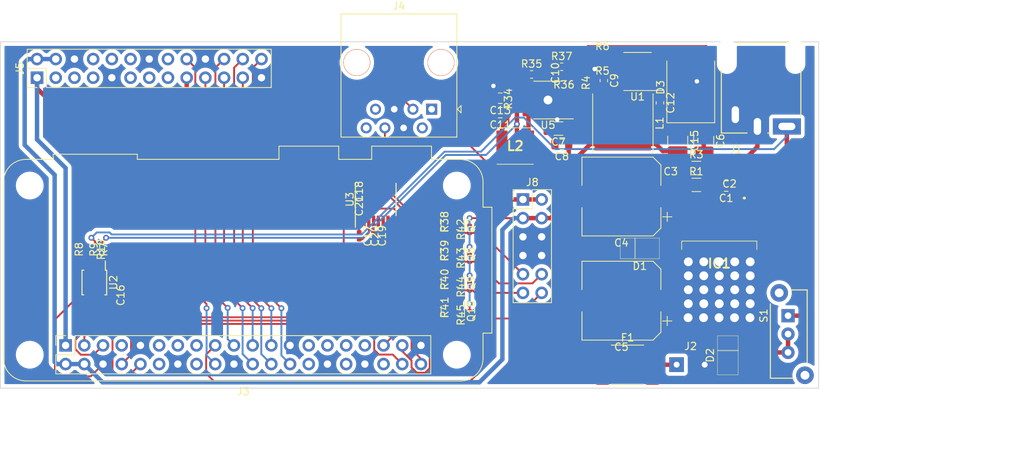
<source format=kicad_pcb>
(kicad_pcb (version 20171130) (host pcbnew "(5.1.2)-1")
  (layers (0 F.Cu signal) (31 B.Cu power) (34 B.Paste user) (35 F.Paste user) (36 B.SilkS user) (37 F.SilkS user) (38 B.Mask user) (39 F.Mask user) (44 Edge.Cuts user))
  (net 0 "")
  (net 1 GND)
  (net 2 +VDC)
  (net 3 "Net-(C3-Pad1)")
  (net 4 "Net-(C5-Pad1)")
  (net 5 "Net-(C9-Pad2)")
  (net 6 "Net-(C9-Pad1)")
  (net 7 "Net-(C12-Pad2)")
  (net 8 "Net-(C12-Pad1)")
  (net 9 +5V)
  (net 10 "Net-(C17-Pad2)")
  (net 11 "Net-(C17-Pad1)")
  (net 12 "Net-(C19-Pad2)")
  (net 13 "Net-(C19-Pad1)")
  (net 14 "Net-(C20-Pad2)")
  (net 15 "Net-(C21-Pad2)")
  (net 16 "Net-(F1-Pad2)")
  (net 17 ~CE1)
  (net 18 GPIO25)
  (net 19 MISO0)
  (net 20 TXD)
  (net 21 GPIO24)
  (net 22 +3V3)
  (net 23 MOSI0)
  (net 24 RXD)
  (net 25 ~CE0)
  (net 26 SCLK0)
  (net 27 SCL)
  (net 28 SDA)
  (net 29 "Net-(J4-Pad3)")
  (net 30 "Net-(J4-Pad6)")
  (net 31 "Net-(R5-Pad1)")
  (net 32 "Net-(R7-Pad2)")
  (net 33 "Net-(R10-Pad1)")
  (net 34 "Net-(R34-Pad2)")
  (net 35 "Net-(R36-Pad1)")
  (net 36 "Net-(C10-Pad1)")
  (net 37 +9V)
  (net 38 SCLK1)
  (net 39 MISO1)
  (net 40 MOSI1)
  (net 41 "Net-(L2-Pad1)")
  (net 42 "Net-(R35-Pad1)")
  (net 43 MOSI1-5V)
  (net 44 MISO1-5V)
  (net 45 SCLK1-5V)
  (net 46 +VSW)
  (net 47 "Net-(IC1-Pad5)")
  (net 48 GPIO26)
  (net 49 GPIO26-5V)
  (module mk312-smd-footprints:estim_breakout (layer F.Cu) (at 103.79 116.64)
    (fp_text reference J8 (at 1.27 -2.33) (layer F.SilkS))
    (fp_text value Conn_01x12_Male)
    (pad 1 thru_hole rect (at 0 0) (size 1.7 1.7) (drill 1) (layers *.Cu *.Mask) (net 37 +9V))
    (pad 2 thru_hole oval (at 2.54 0) (size 1.7 1.7) (drill 1) (layers *.Cu *.Mask) (net 37 +9V))
    (pad 3 thru_hole oval (at 0 2.54) (size 1.7 1.7) (drill 1) (layers *.Cu *.Mask) (net 9 +5V))
    (pad 4 thru_hole oval (at 2.54 2.54) (size 1.7 1.7) (drill 1) (layers *.Cu *.Mask) (net 9 +5V))
    (pad 5 thru_hole oval (at 0 5.08) (size 1.7 1.7) (drill 1) (layers *.Cu *.Mask) (net 1 GND))
    (pad 6 thru_hole oval (at 2.54 5.08) (size 1.7 1.7) (drill 1) (layers *.Cu *.Mask) (net 1 GND))
    (pad 7 thru_hole oval (at 0 7.62) (size 1.7 1.7) (drill 1) (layers *.Cu *.Mask) (net 1 GND))
    (pad 8 thru_hole oval (at 2.54 7.62) (size 1.7 1.7) (drill 1) (layers *.Cu *.Mask) (net 1 GND))
    (pad 9 thru_hole oval (at 0 10.16) (size 1.7 1.7) (drill 1) (layers *.Cu *.Mask) (net 43 MOSI1-5V))
    (pad 10 thru_hole oval (at 2.54 10.16) (size 1.7 1.7) (drill 1) (layers *.Cu *.Mask) (net 44 MISO1-5V))
    (pad 11 thru_hole oval (at 0 12.7) (size 1.7 1.7) (drill 1) (layers *.Cu *.Mask) (net 45 SCLK1-5V))
    (pad 12 thru_hole oval (at 2.54 12.7) (size 1.7 1.7) (drill 1) (layers *.Cu *.Mask) (net 49 GPIO26-5V))
  )
  (module mk312-smd-footprints:SRN5040TA4R7M (layer F.Cu) (at 102.74 109.37 180)
    (fp_text reference L2 (at 0 0) (layer F.SilkS) (effects (font (size 1.27 1.27) (thickness 0.254))))
    (fp_text value 4.7uH hide)
    (pad 2 smd rect (at 1.8 0 180) (size 1.5 4.2) (layers F.Cu F.Paste F.Mask) (net 37 +9V))
    (pad 1 smd rect (at -1.8 0 180) (size 1.5 4.2) (layers F.Cu F.Paste F.Mask) (net 41 "Net-(L2-Pad1)"))
  )
  (module Resistor_SMD:R_1206_3216Metric (layer F.Cu) (at 127.33 112.36)
    (fp_text reference R3 (at 0 -1.82) (layer F.SilkS))
    (fp_text value 7.87K)
    (pad 2 smd roundrect (at 1.4 0) (size 1.25 1.75) (layers F.Cu F.Paste F.Mask) (roundrect_rratio 0.2) (net 1 GND))
    (pad 1 smd roundrect (at -1.4 0) (size 1.25 1.75) (layers F.Cu F.Paste F.Mask) (roundrect_rratio 0.2) (net 47 "Net-(IC1-Pad5)"))
  )
  (module Resistor_SMD:R_1206_3216Metric (layer F.Cu) (at 127.34 114.66)
    (fp_text reference R1 (at 0 -1.82) (layer F.SilkS))
    (fp_text value 100K)
    (pad 2 smd roundrect (at 1.4 0) (size 1.25 1.75) (layers F.Cu F.Paste F.Mask) (roundrect_rratio 0.2) (net 3 "Net-(C3-Pad1)"))
    (pad 1 smd roundrect (at -1.4 0) (size 1.25 1.75) (layers F.Cu F.Paste F.Mask) (roundrect_rratio 0.2) (net 47 "Net-(IC1-Pad5)"))
  )
  (module mk312-smd-footprints:LD29300P2MTR (layer F.Cu) (at 130.45 125.34 180)
    (fp_text reference IC1 (at 0 0) (layer F.SilkS) (effects (font (size 1.27 1.27) (thickness 0.254))))
    (fp_text value LD29300P2MTR hide)
    (pad 6 smd rect (at 0 -3.575 270) (size 9.75 10.5) (layers F.Cu F.Paste F.Mask) (net 1 GND))
    (pad 5 smd rect (at 3.4 6.6 180) (size 1.15 3.7) (layers F.Cu F.Paste F.Mask) (net 47 "Net-(IC1-Pad5)"))
    (pad 4 smd rect (at 1.7 6.6 180) (size 1.15 3.7) (layers F.Cu F.Paste F.Mask) (net 3 "Net-(C3-Pad1)"))
    (pad 3 smd rect (at 0 6.6 180) (size 1.15 3.7) (layers F.Cu F.Paste F.Mask) (net 1 GND))
    (pad 2 smd rect (at -1.7 6.6 180) (size 1.15 3.7) (layers F.Cu F.Paste F.Mask) (net 2 +VDC))
    (pad 1 smd rect (at -3.4 6.6 180) (size 1.15 3.7) (layers F.Cu F.Paste F.Mask) (net 2 +VDC))
  )
  (module Capacitor_SMD:CP_Elec_10x12.5 (layer F.Cu) (at 117.16 130.4 180)
    (fp_text reference C5 (at 0 -6.3) (layer F.SilkS))
    (fp_text value 1000uF)
    (pad 2 smd roundrect (at 4.2 0 180) (size 4.4 2.5) (layers F.Cu F.Paste F.Mask) (roundrect_rratio 0.1) (net 1 GND))
    (pad 1 smd roundrect (at -4.2 0 180) (size 4.4 2.5) (layers F.Cu F.Paste F.Mask) (roundrect_rratio 0.1) (net 4 "Net-(C5-Pad1)"))
  )
  (module Capacitor_SMD:CP_Elec_10x12.5 (layer F.Cu) (at 117.16 116.24 180)
    (fp_text reference C4 (at 0 -6.3) (layer F.SilkS))
    (fp_text value 1000uF)
    (pad 2 smd roundrect (at 4.2 0 180) (size 4.4 2.5) (layers F.Cu F.Paste F.Mask) (roundrect_rratio 0.1) (net 1 GND))
    (pad 1 smd roundrect (at -4.2 0 180) (size 4.4 2.5) (layers F.Cu F.Paste F.Mask) (roundrect_rratio 0.1) (net 3 "Net-(C3-Pad1)"))
  )
  (module Resistor_SMD:R_0402_1005Metric (layer F.Cu) (at 96.55 132.34 90)
    (fp_text reference R45 (at 0 -1.17 90) (layer F.SilkS))
    (fp_text value 10K)
    (pad 2 smd roundrect (at 0.485 0 90) (size 0.59 0.64) (layers F.Cu F.Paste F.Mask) (net 9 +5V))
    (pad 1 smd roundrect (at -0.485 0 90) (size 0.59 0.64) (layers F.Cu F.Paste F.Mask) (net 49 GPIO26-5V))
  )
  (module Resistor_SMD:R_0402_1005Metric (layer F.Cu) (at 96.55 128.52 90)
    (fp_text reference R44 (at 0 -1.17 90) (layer F.SilkS))
    (fp_text value 10K)
    (pad 2 smd roundrect (at 0.485 0 90) (size 0.59 0.64) (layers F.Cu F.Paste F.Mask) (net 9 +5V))
    (pad 1 smd roundrect (at -0.485 0 90) (size 0.59 0.64) (layers F.Cu F.Paste F.Mask) (net 45 SCLK1-5V))
  )
  (module Resistor_SMD:R_0402_1005Metric (layer F.Cu) (at 96.54 124.62 90)
    (fp_text reference R43 (at 0 -1.17 90) (layer F.SilkS))
    (fp_text value 10K)
    (pad 2 smd roundrect (at 0.485 0 90) (size 0.59 0.64) (layers F.Cu F.Paste F.Mask) (net 9 +5V))
    (pad 1 smd roundrect (at -0.485 0 90) (size 0.59 0.64) (layers F.Cu F.Paste F.Mask) (net 44 MISO1-5V))
  )
  (module Resistor_SMD:R_0402_1005Metric (layer F.Cu) (at 96.54 120.71 90)
    (fp_text reference R42 (at 0 -1.17 90) (layer F.SilkS))
    (fp_text value 10K)
    (pad 2 smd roundrect (at 0.485 0 90) (size 0.59 0.64) (layers F.Cu F.Paste F.Mask) (net 9 +5V))
    (pad 1 smd roundrect (at -0.485 0 90) (size 0.59 0.64) (layers F.Cu F.Paste F.Mask) (net 43 MOSI1-5V))
  )
  (module Resistor_SMD:R_0402_1005Metric (layer F.Cu) (at 91.99 131.31 270)
    (fp_text reference R41 (at 0 -1.17 90) (layer F.SilkS))
    (fp_text value 10K)
    (pad 2 smd roundrect (at 0.485 0 270) (size 0.59 0.64) (layers F.Cu F.Paste F.Mask) (net 22 +3V3))
    (pad 1 smd roundrect (at -0.485 0 270) (size 0.59 0.64) (layers F.Cu F.Paste F.Mask) (net 48 GPIO26))
  )
  (module Resistor_SMD:R_0402_1005Metric (layer F.Cu) (at 91.99 127.49 270)
    (fp_text reference R40 (at 0 -1.17 90) (layer F.SilkS))
    (fp_text value 10K)
    (pad 2 smd roundrect (at 0.485 0 270) (size 0.59 0.64) (layers F.Cu F.Paste F.Mask) (net 22 +3V3))
    (pad 1 smd roundrect (at -0.485 0 270) (size 0.59 0.64) (layers F.Cu F.Paste F.Mask) (net 38 SCLK1))
  )
  (module Resistor_SMD:R_0402_1005Metric (layer F.Cu) (at 91.98 123.58 270)
    (fp_text reference R39 (at 0 -1.17 90) (layer F.SilkS))
    (fp_text value 10K)
    (pad 2 smd roundrect (at 0.485 0 270) (size 0.59 0.64) (layers F.Cu F.Paste F.Mask) (net 22 +3V3))
    (pad 1 smd roundrect (at -0.485 0 270) (size 0.59 0.64) (layers F.Cu F.Paste F.Mask) (net 39 MISO1))
  )
  (module Resistor_SMD:R_0402_1005Metric (layer F.Cu) (at 91.98 119.67 270)
    (fp_text reference R38 (at 0 -1.17 90) (layer F.SilkS))
    (fp_text value 10K)
    (pad 2 smd roundrect (at 0.485 0 270) (size 0.59 0.64) (layers F.Cu F.Paste F.Mask) (net 22 +3V3))
    (pad 1 smd roundrect (at -0.485 0 270) (size 0.59 0.64) (layers F.Cu F.Paste F.Mask) (net 40 MOSI1))
  )
  (module Package_TO_SOT_SMD:SOT-23 (layer F.Cu) (at 94.27 131.82 270)
    (fp_text reference Q10 (at 0 -2.5 90) (layer F.SilkS))
    (fp_text value BSS138)
    (pad 3 smd rect (at 1 0 270) (size 0.9 0.8) (layers F.Cu F.Paste F.Mask) (net 49 GPIO26-5V))
    (pad 2 smd rect (at -1 0.95 270) (size 0.9 0.8) (layers F.Cu F.Paste F.Mask) (net 48 GPIO26))
    (pad 1 smd rect (at -1 -0.95 270) (size 0.9 0.8) (layers F.Cu F.Paste F.Mask) (net 22 +3V3))
  )
  (module Package_TO_SOT_SMD:SOT-23 (layer F.Cu) (at 94.27 128 270)
    (fp_text reference Q9 (at 0 -2.5 90) (layer F.SilkS))
    (fp_text value BSS138)
    (pad 3 smd rect (at 1 0 270) (size 0.9 0.8) (layers F.Cu F.Paste F.Mask) (net 45 SCLK1-5V))
    (pad 2 smd rect (at -1 0.95 270) (size 0.9 0.8) (layers F.Cu F.Paste F.Mask) (net 38 SCLK1))
    (pad 1 smd rect (at -1 -0.95 270) (size 0.9 0.8) (layers F.Cu F.Paste F.Mask) (net 22 +3V3))
  )
  (module Package_TO_SOT_SMD:SOT-23 (layer F.Cu) (at 94.26 124.1 270)
    (fp_text reference Q8 (at 0 -2.5 90) (layer F.SilkS))
    (fp_text value BSS138)
    (pad 3 smd rect (at 1 0 270) (size 0.9 0.8) (layers F.Cu F.Paste F.Mask) (net 44 MISO1-5V))
    (pad 2 smd rect (at -1 0.95 270) (size 0.9 0.8) (layers F.Cu F.Paste F.Mask) (net 39 MISO1))
    (pad 1 smd rect (at -1 -0.95 270) (size 0.9 0.8) (layers F.Cu F.Paste F.Mask) (net 22 +3V3))
  )
  (module Package_TO_SOT_SMD:SOT-23 (layer F.Cu) (at 94.26 120.19 270)
    (fp_text reference Q7 (at 0 -2.5 90) (layer F.SilkS))
    (fp_text value BSS138)
    (pad 3 smd rect (at 1 0 270) (size 0.9 0.8) (layers F.Cu F.Paste F.Mask) (net 43 MOSI1-5V))
    (pad 2 smd rect (at -1 0.95 270) (size 0.9 0.8) (layers F.Cu F.Paste F.Mask) (net 40 MOSI1))
    (pad 1 smd rect (at -1 -0.95 270) (size 0.9 0.8) (layers F.Cu F.Paste F.Mask) (net 22 +3V3))
  )
  (module Resistor_SMD:R_0603_1608Metric (layer F.Cu) (at 109.05 98.6)
    (fp_text reference R37 (at 0 -1.43) (layer F.SilkS))
    (fp_text value 105K)
    (pad 2 smd roundrect (at 0.7875 0) (size 0.875 0.95) (layers F.Cu F.Paste F.Mask) (net 35 "Net-(R36-Pad1)"))
    (pad 1 smd roundrect (at -0.7875 0) (size 0.875 0.95) (layers F.Cu F.Paste F.Mask) (net 37 +9V))
  )
  (module Resistor_SMD:R_0402_1005Metric (layer F.Cu) (at 109.35 99.87 180)
    (fp_text reference R36 (at 0 -1.17) (layer F.SilkS))
    (fp_text value 10K)
    (pad 2 smd roundrect (at 0.485 0 180) (size 0.59 0.64) (layers F.Cu F.Paste F.Mask) (net 1 GND))
    (pad 1 smd roundrect (at -0.485 0 180) (size 0.59 0.64) (layers F.Cu F.Paste F.Mask) (net 35 "Net-(R36-Pad1)"))
  )
  (module Package_SO:HTSOP-8-1EP_3.9x4.9mm_P1.27mm_EP2.4x3.2mm (layer F.Cu) (at 107.19 103.12 180)
    (fp_text reference U5 (at 0 -3.4) (layer F.SilkS))
    (fp_text value BD9C401EFJ-E2)
    (pad 8 smd roundrect (at 2.65 -1.905 180) (size 1.6 0.6) (layers F.Cu F.Paste F.Mask) (net 41 "Net-(L2-Pad1)"))
    (pad 7 smd roundrect (at 2.65 -0.635 180) (size 1.6 0.6) (layers F.Cu F.Paste F.Mask) (net 41 "Net-(L2-Pad1)"))
    (pad 6 smd roundrect (at 2.65 0.635 180) (size 1.6 0.6) (layers F.Cu F.Paste F.Mask) (net 34 "Net-(R34-Pad2)"))
    (pad 5 smd roundrect (at 2.65 1.905 180) (size 1.6 0.6) (layers F.Cu F.Paste F.Mask) (net 42 "Net-(R35-Pad1)"))
    (pad 4 smd roundrect (at -2.65 1.905 180) (size 1.6 0.6) (layers F.Cu F.Paste F.Mask) (net 35 "Net-(R36-Pad1)"))
    (pad 3 smd roundrect (at -2.65 0.635 180) (size 1.6 0.6) (layers F.Cu F.Paste F.Mask) (net 1 GND))
    (pad 2 smd roundrect (at -2.65 -0.635 180) (size 1.6 0.6) (layers F.Cu F.Paste F.Mask) (net 46 +VSW))
    (pad 1 smd roundrect (at -2.65 -1.905 180) (size 1.6 0.6) (layers F.Cu F.Paste F.Mask) (net 1 GND))
    (pad 9 smd roundrect (at 0 0 180) (size 2.4 3.2) (layers F.Cu F.Mask) (roundrect_rratio 0.104167) (net 1 GND))
  )
  (module Resistor_SMD:R_0603_1608Metric (layer F.Cu) (at 104.97 99.64)
    (fp_text reference R35 (at 0 -1.43) (layer F.SilkS))
    (fp_text value 12K)
    (pad 2 smd roundrect (at 0.7875 0) (size 0.875 0.95) (layers F.Cu F.Paste F.Mask) (net 36 "Net-(C10-Pad1)"))
    (pad 1 smd roundrect (at -0.7875 0) (size 0.875 0.95) (layers F.Cu F.Paste F.Mask) (net 42 "Net-(R35-Pad1)"))
  )
  (module Resistor_SMD:R_0402_1005Metric (layer F.Cu) (at 102.97 102.96 90)
    (fp_text reference R34 (at 0 -1.17 90) (layer F.SilkS))
    (fp_text value 100K)
    (pad 2 smd roundrect (at 0.485 0 90) (size 0.59 0.64) (layers F.Cu F.Paste F.Mask) (net 34 "Net-(R34-Pad2)"))
    (pad 1 smd roundrect (at -0.485 0 90) (size 0.59 0.64) (layers F.Cu F.Paste F.Mask) (net 46 +VSW))
  )
  (module Capacitor_SMD:C_0805_2012Metric (layer F.Cu) (at 100.71 102.88 180)
    (fp_text reference C13 (at 0 -1.65) (layer F.SilkS))
    (fp_text value "22uF 16V")
    (pad 2 smd roundrect (at 0.9375 0 180) (size 0.975 1.4) (layers F.Cu F.Paste F.Mask) (net 1 GND))
    (pad 1 smd roundrect (at -0.9375 0 180) (size 0.975 1.4) (layers F.Cu F.Paste F.Mask) (net 37 +9V))
  )
  (module Capacitor_SMD:C_0805_2012Metric (layer F.Cu) (at 100.71 104.84 180)
    (fp_text reference C11 (at 0 -1.65) (layer F.SilkS))
    (fp_text value "22uF 16V")
    (pad 2 smd roundrect (at 0.9375 0 180) (size 0.975 1.4) (layers F.Cu F.Paste F.Mask) (net 1 GND))
    (pad 1 smd roundrect (at -0.9375 0 180) (size 0.975 1.4) (layers F.Cu F.Paste F.Mask) (net 37 +9V))
  )
  (module Capacitor_SMD:C_0402_1005Metric (layer F.Cu) (at 107.01 99.44 270)
    (fp_text reference C10 (at 0 -1.17 90) (layer F.SilkS))
    (fp_text value 4700pF)
    (pad 2 smd roundrect (at 0.485 0 270) (size 0.59 0.64) (layers F.Cu F.Paste F.Mask) (net 1 GND))
    (pad 1 smd roundrect (at -0.485 0 270) (size 0.59 0.64) (layers F.Cu F.Paste F.Mask) (net 36 "Net-(C10-Pad1)"))
  )
  (module Capacitor_SMD:C_0805_2012Metric (layer F.Cu) (at 109.07 109.14 180)
    (fp_text reference C8 (at 0 -1.65) (layer F.SilkS))
    (fp_text value "0.1uF 50VDC")
    (pad 2 smd roundrect (at 0.9375 0 180) (size 0.975 1.4) (layers F.Cu F.Paste F.Mask) (net 1 GND))
    (pad 1 smd roundrect (at -0.9375 0 180) (size 0.975 1.4) (layers F.Cu F.Paste F.Mask) (net 46 +VSW))
  )
  (module Capacitor_SMD:C_1206_3216Metric (layer F.Cu) (at 108.61 107 180)
    (fp_text reference C7 (at 0 -1.82) (layer F.SilkS))
    (fp_text value "10uF 25VDC")
    (pad 2 smd roundrect (at 1.4 0 180) (size 1.25 1.75) (layers F.Cu F.Paste F.Mask) (roundrect_rratio 0.2) (net 1 GND))
    (pad 1 smd roundrect (at -1.4 0 180) (size 1.25 1.75) (layers F.Cu F.Paste F.Mask) (roundrect_rratio 0.2) (net 46 +VSW))
  )
  (module Package_SO:TSSOP-16_4.4x5mm_P0.65mm (layer F.Cu) (at 83.83 116.64 90)
    (fp_text reference U3 (at 0 -3.55 90) (layer F.SilkS))
    (fp_text value MAX202)
    (pad 16 smd rect (at 2.95 -2.275 90) (size 1.5 0.45) (layers F.Cu F.Paste F.Mask) (net 9 +5V))
    (pad 15 smd rect (at 2.95 -1.625 90) (size 1.5 0.45) (layers F.Cu F.Paste F.Mask) (net 1 GND))
    (pad 14 smd rect (at 2.95 -0.975 90) (size 1.5 0.45) (layers F.Cu F.Paste F.Mask) (net 29 "Net-(J4-Pad3)"))
    (pad 13 smd rect (at 2.95 -0.325 90) (size 1.5 0.45) (layers F.Cu F.Paste F.Mask) (net 30 "Net-(J4-Pad6)"))
    (pad 12 smd rect (at 2.95 0.325 90) (size 1.5 0.45) (layers F.Cu F.Paste F.Mask) (net 24 RXD))
    (pad 11 smd rect (at 2.95 0.975 90) (size 1.5 0.45) (layers F.Cu F.Paste F.Mask) (net 20 TXD))
    (pad 10 smd rect (at 2.95 1.625 90) (size 1.5 0.45) (layers F.Cu F.Paste F.Mask))
    (pad 9 smd rect (at 2.95 2.275 90) (size 1.5 0.45) (layers F.Cu F.Paste F.Mask))
    (pad 8 smd rect (at -2.95 2.275 90) (size 1.5 0.45) (layers F.Cu F.Paste F.Mask))
    (pad 7 smd rect (at -2.95 1.625 90) (size 1.5 0.45) (layers F.Cu F.Paste F.Mask))
    (pad 6 smd rect (at -2.95 0.975 90) (size 1.5 0.45) (layers F.Cu F.Paste F.Mask) (net 14 "Net-(C20-Pad2)"))
    (pad 5 smd rect (at -2.95 0.325 90) (size 1.5 0.45) (layers F.Cu F.Paste F.Mask) (net 12 "Net-(C19-Pad2)"))
    (pad 4 smd rect (at -2.95 -0.325 90) (size 1.5 0.45) (layers F.Cu F.Paste F.Mask) (net 13 "Net-(C19-Pad1)"))
    (pad 3 smd rect (at -2.95 -0.975 90) (size 1.5 0.45) (layers F.Cu F.Paste F.Mask) (net 10 "Net-(C17-Pad2)"))
    (pad 2 smd rect (at -2.95 -1.625 90) (size 1.5 0.45) (layers F.Cu F.Paste F.Mask) (net 15 "Net-(C21-Pad2)"))
    (pad 1 smd rect (at -2.95 -2.275 90) (size 1.5 0.45) (layers F.Cu F.Paste F.Mask) (net 11 "Net-(C17-Pad1)"))
  )
  (module Package_SO:MSOP-8_3x3mm_P0.65mm (layer F.Cu) (at 45.58 127.93 270)
    (fp_text reference U2 (at 0 -2.6 90) (layer F.SilkS))
    (fp_text value MAX11607EUA)
    (pad 8 smd rect (at 2.2 -0.975 270) (size 1.45 0.45) (layers F.Cu F.Paste F.Mask) (net 9 +5V))
    (pad 7 smd rect (at 2.2 -0.325 270) (size 1.45 0.45) (layers F.Cu F.Paste F.Mask) (net 1 GND))
    (pad 6 smd rect (at 2.2 0.325 270) (size 1.45 0.45) (layers F.Cu F.Paste F.Mask) (net 28 SDA))
    (pad 5 smd rect (at 2.2 0.975 270) (size 1.45 0.45) (layers F.Cu F.Paste F.Mask) (net 27 SCL))
    (pad 4 smd rect (at -2.2 0.975 270) (size 1.45 0.45) (layers F.Cu F.Paste F.Mask))
    (pad 3 smd rect (at -2.2 0.325 270) (size 1.45 0.45) (layers F.Cu F.Paste F.Mask))
    (pad 2 smd rect (at -2.2 -0.325 270) (size 1.45 0.45) (layers F.Cu F.Paste F.Mask) (net 32 "Net-(R7-Pad2)"))
    (pad 1 smd rect (at -2.2 -0.975 270) (size 1.45 0.45) (layers F.Cu F.Paste F.Mask) (net 33 "Net-(R10-Pad1)"))
  )
  (module Package_SO:SOP-8_3.76x4.96mm_P1.27mm (layer F.Cu) (at 119.35 99.24 180)
    (fp_text reference U1 (at 0 -3.43) (layer F.SilkS))
    (fp_text value ACT4060ASH-T)
    (pad 8 smd roundrect (at 2.5375 -1.905 180) (size 1.975 0.65) (layers F.Cu F.Paste F.Mask))
    (pad 7 smd roundrect (at 2.5375 -0.635 180) (size 1.975 0.65) (layers F.Cu F.Paste F.Mask))
    (pad 6 smd roundrect (at 2.5375 0.635 180) (size 1.975 0.65) (layers F.Cu F.Paste F.Mask) (net 6 "Net-(C9-Pad1)"))
    (pad 5 smd roundrect (at 2.5375 1.905 180) (size 1.975 0.65) (layers F.Cu F.Paste F.Mask) (net 31 "Net-(R5-Pad1)"))
    (pad 4 smd roundrect (at -2.5375 1.905 180) (size 1.975 0.65) (layers F.Cu F.Paste F.Mask) (net 1 GND))
    (pad 3 smd roundrect (at -2.5375 0.635 180) (size 1.975 0.65) (layers F.Cu F.Paste F.Mask) (net 7 "Net-(C12-Pad2)"))
    (pad 2 smd roundrect (at -2.5375 -0.635 180) (size 1.975 0.65) (layers F.Cu F.Paste F.Mask) (net 46 +VSW))
    (pad 1 smd roundrect (at -2.5375 -1.905 180) (size 1.975 0.65) (layers F.Cu F.Paste F.Mask) (net 8 "Net-(C12-Pad1)"))
  )
  (module mk312-smd-footprints:SW_E-Switch-LC-1258 (layer F.Cu) (at 139.89 132.44 270)
    (fp_text reference S1 (at 0 3.4 90) (layer F.SilkS))
    (fp_text value POWER)
    (pad 1 thru_hole rect (at 0 0.1 270) (size 1.8 1.8) (drill 0.9) (layers *.Cu *.Mask) (net 46 +VSW))
    (pad 2 thru_hole circle (at 2.5 0.1 270) (size 1.8 1.8) (drill 0.9) (layers *.Cu *.Mask) (net 4 "Net-(C5-Pad1)"))
    (pad 3 thru_hole circle (at 5 0.1 270) (size 1.8 1.8) (drill 0.9) (layers *.Cu *.Mask) (net 4 "Net-(C5-Pad1)"))
    (pad "" np_thru_hole circle (at -3.1 1.3 270) (size 2.4 2.4) (drill 1.2) (layers *.Cu *.Mask))
    (pad "" np_thru_hole circle (at 8.1 -2.2 270) (size 2.4 2.4) (drill 1.2) (layers *.Cu *.Mask))
  )
  (module Resistor_SMD:R_0402_1005Metric (layer F.Cu) (at 47.68 123.43 90)
    (fp_text reference R10 (at 0 -1.17 90) (layer F.SilkS))
    (fp_text value 6.8K)
    (pad 2 smd roundrect (at 0.485 0 90) (size 0.59 0.64) (layers F.Cu F.Paste F.Mask) (net 1 GND))
    (pad 1 smd roundrect (at -0.485 0 90) (size 0.59 0.64) (layers F.Cu F.Paste F.Mask) (net 33 "Net-(R10-Pad1)"))
  )
  (module Resistor_SMD:R_0402_1005Metric (layer F.Cu) (at 46.68 123.43 90)
    (fp_text reference R9 (at 0 -1.17 90) (layer F.SilkS))
    (fp_text value 10K)
    (pad 2 smd roundrect (at 0.485 0 90) (size 0.59 0.64) (layers F.Cu F.Paste F.Mask) (net 46 +VSW))
    (pad 1 smd roundrect (at -0.485 0 90) (size 0.59 0.64) (layers F.Cu F.Paste F.Mask) (net 33 "Net-(R10-Pad1)"))
  )
  (module Resistor_SMD:R_0402_1005Metric (layer F.Cu) (at 44.68 123.43 90)
    (fp_text reference R8 (at 0 -1.17 90) (layer F.SilkS))
    (fp_text value 33K)
    (pad 2 smd roundrect (at 0.485 0 90) (size 0.59 0.64) (layers F.Cu F.Paste F.Mask) (net 1 GND))
    (pad 1 smd roundrect (at -0.485 0 90) (size 0.59 0.64) (layers F.Cu F.Paste F.Mask) (net 32 "Net-(R7-Pad2)"))
  )
  (module Resistor_SMD:R_0402_1005Metric (layer F.Cu) (at 45.68 123.43 270)
    (fp_text reference R7 (at 0 -1.17 90) (layer F.SilkS))
    (fp_text value 100K)
    (pad 2 smd roundrect (at 0.485 0 270) (size 0.59 0.64) (layers F.Cu F.Paste F.Mask) (net 32 "Net-(R7-Pad2)"))
    (pad 1 smd roundrect (at -0.485 0 270) (size 0.59 0.64) (layers F.Cu F.Paste F.Mask) (net 2 +VDC))
  )
  (module Resistor_SMD:R_0402_1005Metric (layer F.Cu) (at 114.58 96.98)
    (fp_text reference R6 (at 0 -1.17) (layer F.SilkS))
    (fp_text value "28.7K 1/16W 1%")
    (pad 2 smd roundrect (at 0.485 0) (size 0.59 0.64) (layers F.Cu F.Paste F.Mask) (net 31 "Net-(R5-Pad1)"))
    (pad 1 smd roundrect (at -0.485 0) (size 0.59 0.64) (layers F.Cu F.Paste F.Mask) (net 9 +5V))
  )
  (module Resistor_SMD:R_0402_1005Metric (layer F.Cu) (at 114.58 97.99 180)
    (fp_text reference R5 (at 0 -1.17) (layer F.SilkS))
    (fp_text value 10K)
    (pad 2 smd roundrect (at 0.485 0 180) (size 0.59 0.64) (layers F.Cu F.Paste F.Mask) (net 1 GND))
    (pad 1 smd roundrect (at -0.485 0 180) (size 0.59 0.64) (layers F.Cu F.Paste F.Mask) (net 31 "Net-(R5-Pad1)"))
  )
  (module Resistor_SMD:R_0402_1005Metric (layer F.Cu) (at 113.53 100.78 90)
    (fp_text reference R4 (at 0 -1.17 90) (layer F.SilkS))
    (fp_text value 15K)
    (pad 2 smd roundrect (at 0.485 0 90) (size 0.59 0.64) (layers F.Cu F.Paste F.Mask) (net 1 GND))
    (pad 1 smd roundrect (at -0.485 0 90) (size 0.59 0.64) (layers F.Cu F.Paste F.Mask) (net 5 "Net-(C9-Pad2)"))
  )
  (module Inductor_SMD:L_Taiyo-Yuden_NR-80xx (layer F.Cu) (at 117.36 106.28 270)
    (fp_text reference L1 (at 0 -5 90) (layer F.SilkS))
    (fp_text value "15uH 2.4A")
    (pad 2 smd rect (at 2.8 0 270) (size 1.8 7.7) (layers F.Cu F.Paste F.Mask) (net 9 +5V))
    (pad 1 smd rect (at -2.8 0 270) (size 1.8 7.7) (layers F.Cu F.Paste F.Mask) (net 7 "Net-(C12-Pad2)"))
  )
  (module Connector_PinHeader_2.54mm:PinHeader_2x13_P2.54mm_Vertical (layer F.Cu) (at 37.8 100.09 90)
    (fp_text reference J5 (at 1.27 -2.33 90) (layer F.SilkS))
    (fp_text value Conn_01x26_Male)
    (pad 26 thru_hole oval (at 2.54 30.48 90) (size 1.7 1.7) (drill 1) (layers *.Cu *.Mask) (net 17 ~CE1))
    (pad 25 thru_hole oval (at 0 30.48 90) (size 1.7 1.7) (drill 1) (layers *.Cu *.Mask) (net 1 GND))
    (pad 24 thru_hole oval (at 2.54 27.94 90) (size 1.7 1.7) (drill 1) (layers *.Cu *.Mask) (net 25 ~CE0))
    (pad 23 thru_hole oval (at 0 27.94 90) (size 1.7 1.7) (drill 1) (layers *.Cu *.Mask) (net 26 SCLK0))
    (pad 22 thru_hole oval (at 2.54 25.4 90) (size 1.7 1.7) (drill 1) (layers *.Cu *.Mask) (net 18 GPIO25))
    (pad 21 thru_hole oval (at 0 25.4 90) (size 1.7 1.7) (drill 1) (layers *.Cu *.Mask) (net 19 MISO0))
    (pad 20 thru_hole oval (at 2.54 22.86 90) (size 1.7 1.7) (drill 1) (layers *.Cu *.Mask) (net 1 GND))
    (pad 19 thru_hole oval (at 0 22.86 90) (size 1.7 1.7) (drill 1) (layers *.Cu *.Mask) (net 23 MOSI0))
    (pad 18 thru_hole oval (at 2.54 20.32 90) (size 1.7 1.7) (drill 1) (layers *.Cu *.Mask) (net 21 GPIO24))
    (pad 17 thru_hole oval (at 0 20.32 90) (size 1.7 1.7) (drill 1) (layers *.Cu *.Mask) (net 22 +3V3))
    (pad 16 thru_hole oval (at 2.54 17.78 90) (size 1.7 1.7) (drill 1) (layers *.Cu *.Mask))
    (pad 15 thru_hole oval (at 0 17.78 90) (size 1.7 1.7) (drill 1) (layers *.Cu *.Mask))
    (pad 14 thru_hole oval (at 2.54 15.24 90) (size 1.7 1.7) (drill 1) (layers *.Cu *.Mask) (net 1 GND))
    (pad 13 thru_hole oval (at 0 15.24 90) (size 1.7 1.7) (drill 1) (layers *.Cu *.Mask))
    (pad 12 thru_hole oval (at 2.54 12.7 90) (size 1.7 1.7) (drill 1) (layers *.Cu *.Mask))
    (pad 11 thru_hole oval (at 0 12.7 90) (size 1.7 1.7) (drill 1) (layers *.Cu *.Mask))
    (pad 10 thru_hole oval (at 2.54 10.16 90) (size 1.7 1.7) (drill 1) (layers *.Cu *.Mask))
    (pad 9 thru_hole oval (at 0 10.16 90) (size 1.7 1.7) (drill 1) (layers *.Cu *.Mask) (net 1 GND))
    (pad 8 thru_hole oval (at 2.54 7.62 90) (size 1.7 1.7) (drill 1) (layers *.Cu *.Mask))
    (pad 7 thru_hole oval (at 0 7.62 90) (size 1.7 1.7) (drill 1) (layers *.Cu *.Mask))
    (pad 6 thru_hole oval (at 2.54 5.08 90) (size 1.7 1.7) (drill 1) (layers *.Cu *.Mask) (net 1 GND))
    (pad 5 thru_hole oval (at 0 5.08 90) (size 1.7 1.7) (drill 1) (layers *.Cu *.Mask))
    (pad 4 thru_hole oval (at 2.54 2.54 90) (size 1.7 1.7) (drill 1) (layers *.Cu *.Mask) (net 9 +5V))
    (pad 3 thru_hole oval (at 0 2.54 90) (size 1.7 1.7) (drill 1) (layers *.Cu *.Mask))
    (pad 2 thru_hole oval (at 2.54 0 90) (size 1.7 1.7) (drill 1) (layers *.Cu *.Mask) (net 9 +5V))
    (pad 1 thru_hole rect (at 0 0 90) (size 1.7 1.7) (drill 1) (layers *.Cu *.Mask) (net 22 +3V3))
  )
  (module Connector_RJ:RJ45_OST_PJ012-8P8CX_Vertical (layer F.Cu) (at 91.39 104.37 180)
    (fp_text reference J4 (at 4.45 14) (layer F.SilkS))
    (fp_text value RJ45)
    (pad "" np_thru_hole circle (at 10.16 6.35 180) (size 3.65 3.65) (drill 3.45) (layers *.Cu *.SilkS *.Mask))
    (pad "" np_thru_hole circle (at -1.27 6.35 180) (size 3.65 3.65) (drill 3.45) (layers *.Cu *.SilkS *.Mask))
    (pad 1 thru_hole rect (at 0 0 180) (size 1.5 1.5) (drill 0.9) (layers *.Cu *.Mask))
    (pad 2 thru_hole circle (at 1.27 -2.54 180) (size 1.5 1.5) (drill 0.9) (layers *.Cu *.Mask))
    (pad 3 thru_hole circle (at 2.54 0 180) (size 1.5 1.5) (drill 0.9) (layers *.Cu *.Mask) (net 29 "Net-(J4-Pad3)"))
    (pad 4 thru_hole circle (at 3.81 -2.54 180) (size 1.5 1.5) (drill 0.9) (layers *.Cu *.Mask) (net 1 GND))
    (pad 5 thru_hole circle (at 5.08 0 180) (size 1.5 1.5) (drill 0.9) (layers *.Cu *.Mask) (net 1 GND))
    (pad 6 thru_hole circle (at 6.35 -2.54 180) (size 1.5 1.5) (drill 0.9) (layers *.Cu *.Mask) (net 30 "Net-(J4-Pad6)"))
    (pad 7 thru_hole circle (at 7.62 0 180) (size 1.5 1.5) (drill 0.9) (layers *.Cu *.Mask))
    (pad 8 thru_hole circle (at 8.89 -2.54 180) (size 1.5 1.5) (drill 0.9) (layers *.Cu *.Mask))
  )
  (module Module:Raspberry_Pi_Zero_Socketed_THT_FaceDown_MountingHoles (layer F.Cu) (at 41.68 136.48 90)
    (fp_text reference J3 (at -6.27 24.13) (layer F.SilkS))
    (fp_text value Raspberry_Pi_2_3)
    (pad "" np_thru_hole circle (at -1.27 53.13 180) (size 2.75 2.75) (drill 2.75) (layers *.Cu *.Mask))
    (pad "" np_thru_hole circle (at 21.73 -4.87 180) (size 2.75 2.75) (drill 2.75) (layers *.Cu *.Mask))
    (pad "" np_thru_hole circle (at 21.73 53.13 180) (size 2.75 2.75) (drill 2.75) (layers *.Cu *.Mask))
    (pad "" np_thru_hole circle (at -1.27 -4.87 180) (size 2.75 2.75) (drill 2.75) (layers *.Cu *.Mask))
    (pad 40 thru_hole oval (at -2.54 48.26 90) (size 1.7 1.7) (drill 1) (layers *.Cu *.Mask) (net 38 SCLK1))
    (pad 39 thru_hole oval (at 0 48.26 90) (size 1.7 1.7) (drill 1) (layers *.Cu *.Mask) (net 1 GND))
    (pad 26 thru_hole oval (at -2.54 30.48 90) (size 1.7 1.7) (drill 1) (layers *.Cu *.Mask) (net 17 ~CE1))
    (pad 25 thru_hole oval (at 0 30.48 90) (size 1.7 1.7) (drill 1) (layers *.Cu *.Mask) (net 1 GND))
    (pad 22 thru_hole oval (at -2.54 25.4 90) (size 1.7 1.7) (drill 1) (layers *.Cu *.Mask) (net 18 GPIO25))
    (pad 21 thru_hole oval (at 0 25.4 90) (size 1.7 1.7) (drill 1) (layers *.Cu *.Mask) (net 19 MISO0))
    (pad 30 thru_hole oval (at -2.54 35.56 90) (size 1.7 1.7) (drill 1) (layers *.Cu *.Mask) (net 1 GND))
    (pad 29 thru_hole oval (at 0 35.56 90) (size 1.7 1.7) (drill 1) (layers *.Cu *.Mask))
    (pad 8 thru_hole oval (at -2.54 7.62 90) (size 1.7 1.7) (drill 1) (layers *.Cu *.Mask) (net 20 TXD))
    (pad 7 thru_hole oval (at 0 7.62 90) (size 1.7 1.7) (drill 1) (layers *.Cu *.Mask))
    (pad 32 thru_hole oval (at -2.54 38.1 90) (size 1.7 1.7) (drill 1) (layers *.Cu *.Mask))
    (pad 31 thru_hole oval (at 0 38.1 90) (size 1.7 1.7) (drill 1) (layers *.Cu *.Mask))
    (pad 18 thru_hole oval (at -2.54 20.32 90) (size 1.7 1.7) (drill 1) (layers *.Cu *.Mask) (net 21 GPIO24))
    (pad 17 thru_hole oval (at 0 20.32 90) (size 1.7 1.7) (drill 1) (layers *.Cu *.Mask) (net 22 +3V3))
    (pad 36 thru_hole oval (at -2.54 43.18 90) (size 1.7 1.7) (drill 1) (layers *.Cu *.Mask))
    (pad 35 thru_hole oval (at 0 43.18 90) (size 1.7 1.7) (drill 1) (layers *.Cu *.Mask) (net 39 MISO1))
    (pad 34 thru_hole oval (at -2.54 40.64 90) (size 1.7 1.7) (drill 1) (layers *.Cu *.Mask) (net 1 GND))
    (pad 33 thru_hole oval (at 0 40.64 90) (size 1.7 1.7) (drill 1) (layers *.Cu *.Mask))
    (pad 38 thru_hole oval (at -2.54 45.72 90) (size 1.7 1.7) (drill 1) (layers *.Cu *.Mask) (net 40 MOSI1))
    (pad 37 thru_hole oval (at 0 45.72 90) (size 1.7 1.7) (drill 1) (layers *.Cu *.Mask) (net 48 GPIO26))
    (pad 20 thru_hole oval (at -2.54 22.86 90) (size 1.7 1.7) (drill 1) (layers *.Cu *.Mask) (net 1 GND))
    (pad 19 thru_hole oval (at 0 22.86 90) (size 1.7 1.7) (drill 1) (layers *.Cu *.Mask) (net 23 MOSI0))
    (pad 10 thru_hole oval (at -2.54 10.16 90) (size 1.7 1.7) (drill 1) (layers *.Cu *.Mask) (net 24 RXD))
    (pad 9 thru_hole oval (at 0 10.16 90) (size 1.7 1.7) (drill 1) (layers *.Cu *.Mask) (net 1 GND))
    (pad 14 thru_hole oval (at -2.54 15.24 90) (size 1.7 1.7) (drill 1) (layers *.Cu *.Mask) (net 1 GND))
    (pad 13 thru_hole oval (at 0 15.24 90) (size 1.7 1.7) (drill 1) (layers *.Cu *.Mask))
    (pad 28 thru_hole oval (at -2.54 33.02 90) (size 1.7 1.7) (drill 1) (layers *.Cu *.Mask))
    (pad 27 thru_hole oval (at 0 33.02 90) (size 1.7 1.7) (drill 1) (layers *.Cu *.Mask))
    (pad 12 thru_hole oval (at -2.54 12.7 90) (size 1.7 1.7) (drill 1) (layers *.Cu *.Mask))
    (pad 11 thru_hole oval (at 0 12.7 90) (size 1.7 1.7) (drill 1) (layers *.Cu *.Mask))
    (pad 24 thru_hole oval (at -2.54 27.94 90) (size 1.7 1.7) (drill 1) (layers *.Cu *.Mask) (net 25 ~CE0))
    (pad 23 thru_hole oval (at 0 27.94 90) (size 1.7 1.7) (drill 1) (layers *.Cu *.Mask) (net 26 SCLK0))
    (pad 1 thru_hole rect (at 0 0 90) (size 1.7 1.7) (drill 1) (layers *.Cu *.Mask) (net 22 +3V3))
    (pad 2 thru_hole oval (at -2.54 0 90) (size 1.7 1.7) (drill 1) (layers *.Cu *.Mask) (net 9 +5V))
    (pad 5 thru_hole oval (at 0 5.08 90) (size 1.7 1.7) (drill 1) (layers *.Cu *.Mask) (net 27 SCL))
    (pad 4 thru_hole oval (at -2.54 2.54 90) (size 1.7 1.7) (drill 1) (layers *.Cu *.Mask) (net 9 +5V))
    (pad 16 thru_hole oval (at -2.54 17.78 90) (size 1.7 1.7) (drill 1) (layers *.Cu *.Mask))
    (pad 15 thru_hole oval (at 0 17.78 90) (size 1.7 1.7) (drill 1) (layers *.Cu *.Mask))
    (pad 3 thru_hole oval (at 0 2.54 90) (size 1.7 1.7) (drill 1) (layers *.Cu *.Mask) (net 28 SDA))
    (pad 6 thru_hole oval (at -2.54 5.08 90) (size 1.7 1.7) (drill 1) (layers *.Cu *.Mask) (net 1 GND))
  )
  (module Connector_Wire:SolderWirePad_1x02_P3.81mm_Drill0.8mm (layer F.Cu) (at 124.66 139.1)
    (fp_text reference J2 (at 1.905 -2.5) (layer F.SilkS))
    (fp_text value "+12V Battery")
    (pad 2 thru_hole circle (at 3.81 0) (size 1.99898 1.99898) (drill 0.8001) (layers *.Cu *.Mask) (net 1 GND))
    (pad 1 thru_hole rect (at 0 0) (size 1.99898 1.99898) (drill 0.8001) (layers *.Cu *.Mask) (net 16 "Net-(F1-Pad2)"))
  )
  (module mk312-smd-footprints:DJ_Jack_PJ-003A (layer F.Cu) (at 135.63 95.31 270)
    (fp_text reference J1 (at 14.5 2.9) (layer F.SilkS))
    (fp_text value Barrel_Jack_MountingPin)
    (pad "" np_thru_hole oval (at 1.45 4.15 270) (size 4.6 1.7) (drill oval 4.6 1.7) (layers *.Cu *.Mask))
    (pad "" np_thru_hole oval (at 1.45 -5.15 270) (size 4.6 1.7) (drill oval 4.6 1.7) (layers *.Cu *.Mask))
    (pad 2 thru_hole roundrect (at 9.8 3 270) (size 3.8 2.2) (drill oval 2.3 1) (layers *.Cu *.Mask) (net 1 GND))
    (pad 1 thru_hole rect (at 11.4 -4 270) (size 2.2 3.8) (drill oval 1 2.3) (layers *.Cu *.Mask) (net 2 +VDC))
    (pad 3 thru_hole roundrect (at 11.4 0 270) (size 3.8 2.2) (drill oval 2.3 1) (layers *.Cu *.Mask) (net 1 GND))
  )
  (module Fuse:Fuse_2920_7451Metric (layer F.Cu) (at 117.99 139.11)
    (fp_text reference F1 (at 0 -3.68) (layer F.SilkS))
    (fp_text value "1A Polyfuse")
    (pad 2 smd roundrect (at 3.3875 0) (size 1.925 5.45) (layers F.Cu F.Paste F.Mask) (roundrect_rratio 0.12987) (net 16 "Net-(F1-Pad2)"))
    (pad 1 smd roundrect (at -3.3875 0) (size 1.925 5.45) (layers F.Cu F.Paste F.Mask) (roundrect_rratio 0.12987) (net 4 "Net-(C5-Pad1)"))
  )
  (module Diode_SMD:D_SMC (layer F.Cu) (at 126.58 101.41 90)
    (fp_text reference D3 (at 0 -4.1 90) (layer F.SilkS))
    (fp_text value "B340C/40V, 3A, SMB")
    (pad 2 smd rect (at 3.4 0 180) (size 3.3 2.5) (layers F.Cu F.Paste F.Mask) (net 1 GND))
    (pad 1 smd rect (at -3.4 0 180) (size 3.3 2.5) (layers F.Cu F.Paste F.Mask) (net 7 "Net-(C12-Pad2)"))
  )
  (module mk312-smd-footprints:DO-214AC (layer F.Cu) (at 131.61 137.83 270)
    (fp_text reference D2 (at 0 2.4 90) (layer F.SilkS))
    (fp_text value 583-FM4004W-W)
    (pad 2 smd rect (at 1.7 0 270) (size 1.52 1.68) (layers F.Cu F.Paste F.Mask) (net 1 GND))
    (pad 1 smd rect (at -1.7 0 270) (size 1.52 1.68) (layers F.Cu F.Paste F.Mask) (net 4 "Net-(C5-Pad1)"))
  )
  (module mk312-smd-footprints:DO-214AC (layer F.Cu) (at 119.66 123.3)
    (fp_text reference D1 (at 0 2.4) (layer F.SilkS))
    (fp_text value 583-FM4004W-W)
    (pad 2 smd rect (at 1.7 0) (size 1.52 1.68) (layers F.Cu F.Paste F.Mask) (net 3 "Net-(C3-Pad1)"))
    (pad 1 smd rect (at -1.7 0) (size 1.52 1.68) (layers F.Cu F.Paste F.Mask) (net 4 "Net-(C5-Pad1)"))
  )
  (module Capacitor_SMD:C_0402_1005Metric (layer F.Cu) (at 80.37 117.48 270)
    (fp_text reference C21 (at 0 -1.17 90) (layer F.SilkS))
    (fp_text value 1uF)
    (pad 2 smd roundrect (at 0.485 0 270) (size 0.59 0.64) (layers F.Cu F.Paste F.Mask) (net 15 "Net-(C21-Pad2)"))
    (pad 1 smd roundrect (at -0.485 0 270) (size 0.59 0.64) (layers F.Cu F.Paste F.Mask) (net 9 +5V))
  )
  (module Capacitor_SMD:C_0402_1005Metric (layer F.Cu) (at 84.83 121.58 90)
    (fp_text reference C20 (at 0 -1.17 90) (layer F.SilkS))
    (fp_text value 1uF)
    (pad 2 smd roundrect (at 0.485 0 90) (size 0.59 0.64) (layers F.Cu F.Paste F.Mask) (net 14 "Net-(C20-Pad2)"))
    (pad 1 smd roundrect (at -0.485 0 90) (size 0.59 0.64) (layers F.Cu F.Paste F.Mask) (net 1 GND))
  )
  (module Capacitor_SMD:C_0402_1005Metric (layer F.Cu) (at 83.5 121.58 270)
    (fp_text reference C19 (at 0 -1.17 90) (layer F.SilkS))
    (fp_text value 1uF)
    (pad 2 smd roundrect (at 0.485 0 270) (size 0.59 0.64) (layers F.Cu F.Paste F.Mask) (net 12 "Net-(C19-Pad2)"))
    (pad 1 smd roundrect (at -0.485 0 270) (size 0.59 0.64) (layers F.Cu F.Paste F.Mask) (net 13 "Net-(C19-Pad1)"))
  )
  (module Capacitor_SMD:C_0402_1005Metric (layer F.Cu) (at 80.37 115.56 270)
    (fp_text reference C18 (at 0 -1.17 90) (layer F.SilkS))
    (fp_text value 0.1uF)
    (pad 2 smd roundrect (at 0.485 0 270) (size 0.59 0.64) (layers F.Cu F.Paste F.Mask) (net 9 +5V))
    (pad 1 smd roundrect (at -0.485 0 270) (size 0.59 0.64) (layers F.Cu F.Paste F.Mask) (net 1 GND))
  )
  (module Capacitor_SMD:C_0402_1005Metric (layer F.Cu) (at 81.55 121.58 270)
    (fp_text reference C17 (at 0 -1.17 90) (layer F.SilkS))
    (fp_text value 1uF)
    (pad 2 smd roundrect (at 0.485 0 270) (size 0.59 0.64) (layers F.Cu F.Paste F.Mask) (net 10 "Net-(C17-Pad2)"))
    (pad 1 smd roundrect (at -0.485 0 270) (size 0.59 0.64) (layers F.Cu F.Paste F.Mask) (net 11 "Net-(C17-Pad1)"))
  )
  (module Capacitor_SMD:C_0402_1005Metric (layer F.Cu) (at 47.99 129.66 270)
    (fp_text reference C16 (at 0 -1.17 90) (layer F.SilkS))
    (fp_text value 0.1uF)
    (pad 2 smd roundrect (at 0.485 0 270) (size 0.59 0.64) (layers F.Cu F.Paste F.Mask) (net 9 +5V))
    (pad 1 smd roundrect (at -0.485 0 270) (size 0.59 0.64) (layers F.Cu F.Paste F.Mask) (net 1 GND))
  )
  (module Capacitor_SMD:C_1210_3225Metric (layer F.Cu) (at 124.81 108.64 270)
    (fp_text reference C15 (at 0 -2.28 90) (layer F.SilkS))
    (fp_text value "22uF 10V")
    (pad 2 smd roundrect (at 1.4 0 270) (size 1.25 2.65) (layers F.Cu F.Paste F.Mask) (roundrect_rratio 0.2) (net 9 +5V))
    (pad 1 smd roundrect (at -1.4 0 270) (size 1.25 2.65) (layers F.Cu F.Paste F.Mask) (roundrect_rratio 0.2) (net 1 GND))
  )
  (module Capacitor_SMD:C_0603_1608Metric (layer F.Cu) (at 122.4 103.51 270)
    (fp_text reference C12 (at 0 -1.43 90) (layer F.SilkS))
    (fp_text value "10nF 50V")
    (pad 2 smd roundrect (at 0.7875 0 270) (size 0.875 0.95) (layers F.Cu F.Paste F.Mask) (net 7 "Net-(C12-Pad2)"))
    (pad 1 smd roundrect (at -0.7875 0 270) (size 0.875 0.95) (layers F.Cu F.Paste F.Mask) (net 8 "Net-(C12-Pad1)"))
  )
  (module Capacitor_SMD:C_0603_1608Metric (layer F.Cu) (at 114.78 100.48 270)
    (fp_text reference C9 (at 0 -1.43 90) (layer F.SilkS))
    (fp_text value "2.2nF 6.3V")
    (pad 2 smd roundrect (at 0.7875 0 270) (size 0.875 0.95) (layers F.Cu F.Paste F.Mask) (net 5 "Net-(C9-Pad2)"))
    (pad 1 smd roundrect (at -0.7875 0 270) (size 0.875 0.95) (layers F.Cu F.Paste F.Mask) (net 6 "Net-(C9-Pad1)"))
  )
  (module Capacitor_SMD:C_1210_3225Metric (layer F.Cu) (at 128.34 108.67 270)
    (fp_text reference C6 (at 0 -2.28 90) (layer F.SilkS))
    (fp_text value "10uF 35V")
    (pad 2 smd roundrect (at 1.4 0 270) (size 1.25 2.65) (layers F.Cu F.Paste F.Mask) (roundrect_rratio 0.2) (net 1 GND))
    (pad 1 smd roundrect (at -1.4 0 270) (size 1.25 2.65) (layers F.Cu F.Paste F.Mask) (roundrect_rratio 0.2) (net 46 +VSW))
  )
  (module Capacitor_SMD:C_0402_1005Metric (layer F.Cu) (at 123.86 114.01)
    (fp_text reference C3 (at 0 -1.17) (layer F.SilkS))
    (fp_text value 0.1uF)
    (pad 2 smd roundrect (at 0.485 0) (size 0.59 0.64) (layers F.Cu F.Paste F.Mask) (net 1 GND))
    (pad 1 smd roundrect (at -0.485 0) (size 0.59 0.64) (layers F.Cu F.Paste F.Mask) (net 3 "Net-(C3-Pad1)"))
  )
  (module Capacitor_SMD:C_0402_1005Metric (layer F.Cu) (at 131.84 113.34 180)
    (fp_text reference C2 (at 0 -1.17) (layer F.SilkS))
    (fp_text value 0.1uF)
    (pad 2 smd roundrect (at 0.485 0 180) (size 0.59 0.64) (layers F.Cu F.Paste F.Mask) (net 1 GND))
    (pad 1 smd roundrect (at -0.485 0 180) (size 0.59 0.64) (layers F.Cu F.Paste F.Mask) (net 2 +VDC))
  )
  (module Capacitor_SMD:C_0805_2012Metric (layer F.Cu) (at 131.39 114.82 180)
    (fp_text reference C1 (at 0 -1.65) (layer F.SilkS))
    (fp_text value 10uF)
    (pad 2 smd roundrect (at 0.9375 0 180) (size 0.975 1.4) (layers F.Cu F.Paste F.Mask) (net 1 GND))
    (pad 1 smd roundrect (at -0.9375 0 180) (size 0.975 1.4) (layers F.Cu F.Paste F.Mask) (net 2 +VDC))
  )
  (gr_line (start 32.82 142.3) (end 32.82 95.2) (layer Edge.Cuts) (width 0.1))
  (gr_line (start 143.95 142.3) (end 32.82 142.3) (layer Edge.Cuts) (width 0.1))
  (gr_line (start 143.95 95.2) (end 32.82 95.2) (layer Edge.Cuts) (width 0.1))
  (gr_line (start 143.95 142.3) (end 143.95 95.2) (layer Edge.Cuts) (width 0.1))
  (via (at 127.41 100.58) (size 1.2) (drill 0.6) (layers F.Cu B.Cu) (net 1))
  (segment (start 130.4525 118.7375) (end 130.45 118.74) (width 0.6) (layer F.Cu) (net 1))
  (segment (start 130.4525 114.82) (end 130.4525 118.7375) (width 0.6) (layer F.Cu) (net 1))
  (segment (start 130.45 121.19) (end 130.45 128.915) (width 0.6) (layer F.Cu) (net 1))
  (segment (start 130.45 118.74) (end 130.45 121.19) (width 0.6) (layer F.Cu) (net 1))
  (segment (start 130.4525 114.2425) (end 131.355 113.34) (width 0.4) (layer F.Cu) (net 1))
  (segment (start 130.4525 114.82) (end 130.4525 114.2425) (width 0.4) (layer F.Cu) (net 1))
  (segment (start 128.73 110.46) (end 128.34 110.07) (width 0.6) (layer F.Cu) (net 1))
  (segment (start 128.73 112.36) (end 128.73 110.46) (width 0.6) (layer F.Cu) (net 1))
  (segment (start 125.485 108.64) (end 127.89 108.64) (width 0.6) (layer F.Cu) (net 1))
  (segment (start 128.34 109.09) (end 127.89 108.64) (width 0.6) (layer F.Cu) (net 1))
  (segment (start 128.34 110.07) (end 128.34 109.09) (width 0.6) (layer F.Cu) (net 1))
  (segment (start 124.81 107.965) (end 125.485 108.64) (width 0.6) (layer F.Cu) (net 1))
  (segment (start 124.81 107.24) (end 124.81 107.965) (width 0.6) (layer F.Cu) (net 1))
  (segment (start 112.96 114.89) (end 115.26 112.59) (width 0.6) (layer F.Cu) (net 1))
  (segment (start 112.96 116.24) (end 112.96 114.89) (width 0.6) (layer F.Cu) (net 1))
  (segment (start 115.26 112.59) (end 115.26 112.59) (width 0.6) (layer F.Cu) (net 1))
  (segment (start 124.345 113.59) (end 124.345 114.01) (width 0.6) (layer F.Cu) (net 1))
  (segment (start 124.345 113.075) (end 124.345 113.59) (width 0.6) (layer F.Cu) (net 1))
  (segment (start 123.86 112.59) (end 124.345 113.075) (width 0.6) (layer F.Cu) (net 1))
  (segment (start 99.7725 104.84) (end 99.7725 102.88) (width 0.6) (layer F.Cu) (net 1))
  (segment (start 108.1325 107.9225) (end 107.21 107) (width 0.6) (layer F.Cu) (net 1))
  (segment (start 108.1325 109.14) (end 108.1325 107.9225) (width 0.6) (layer F.Cu) (net 1))
  (segment (start 109.185 105.025) (end 108.44 105.77) (width 0.6) (layer F.Cu) (net 1))
  (segment (start 109.84 105.025) (end 109.185 105.025) (width 0.6) (layer F.Cu) (net 1))
  (segment (start 107.19 106.98) (end 107.21 107) (width 0.6) (layer F.Cu) (net 1))
  (segment (start 107.19 103.12) (end 107.19 106.98) (width 0.6) (layer F.Cu) (net 1))
  (segment (start 107.825 102.485) (end 107.19 103.12) (width 0.6) (layer F.Cu) (net 1))
  (segment (start 109.84 102.485) (end 107.825 102.485) (width 0.6) (layer F.Cu) (net 1))
  (segment (start 107.065 99.87) (end 107.01 99.925) (width 0.6) (layer F.Cu) (net 1))
  (segment (start 108.865 99.87) (end 107.065 99.87) (width 0.6) (layer F.Cu) (net 1))
  (segment (start 107.01 102.94) (end 107.19 103.12) (width 0.6) (layer F.Cu) (net 1))
  (segment (start 107.01 99.925) (end 107.01 102.94) (width 0.6) (layer F.Cu) (net 1))
  (segment (start 132.74 112.36) (end 135.63 109.47) (width 0.6) (layer F.Cu) (net 1))
  (segment (start 135.63 109.47) (end 135.63 106.71) (width 0.6) (layer F.Cu) (net 1))
  (segment (start 130.795 112.36) (end 130.67 112.36) (width 0.6) (layer F.Cu) (net 1))
  (segment (start 131.355 112.92) (end 130.795 112.36) (width 0.6) (layer F.Cu) (net 1))
  (segment (start 131.355 113.34) (end 131.355 112.92) (width 0.6) (layer F.Cu) (net 1))
  (segment (start 128.73 112.36) (end 130.67 112.36) (width 0.6) (layer F.Cu) (net 1))
  (segment (start 130.67 112.36) (end 132.74 112.36) (width 0.6) (layer F.Cu) (net 1))
  (segment (start 134.03 105.11) (end 135.63 106.71) (width 0.6) (layer F.Cu) (net 1))
  (segment (start 132.63 105.11) (end 134.03 105.11) (width 0.6) (layer F.Cu) (net 1))
  (segment (start 113.53 98.555) (end 114.095 97.99) (width 0.6) (layer F.Cu) (net 1))
  (segment (start 113.53 100.295) (end 113.53 98.91) (width 0.6) (layer F.Cu) (net 1))
  (segment (start 113.53 98.91) (end 113.53 98.555) (width 0.6) (layer F.Cu) (net 1))
  (via (at 113.53 98.91) (size 1.2) (drill 0.6) (layers F.Cu B.Cu) (net 1))
  (segment (start 108.44 105.77) (end 107.21 107) (width 0.6) (layer F.Cu) (net 1))
  (via (at 108.44 105.77) (size 1.2) (drill 0.6) (layers F.Cu B.Cu) (net 1))
  (segment (start 115.26 112.59) (end 123.86 112.59) (width 0.6) (layer F.Cu) (net 1))
  (segment (start 125.905 97.335) (end 126.58 98.01) (width 0.6) (layer F.Cu) (net 1))
  (segment (start 121.8875 97.335) (end 125.905 97.335) (width 0.6) (layer F.Cu) (net 1))
  (segment (start 126.58 99.75) (end 127.41 100.58) (width 0.6) (layer F.Cu) (net 1))
  (segment (start 126.58 98.01) (end 126.58 99.75) (width 0.6) (layer F.Cu) (net 1))
  (segment (start 112.96 118.65) (end 112.96 116.24) (width 0.6) (layer F.Cu) (net 1))
  (segment (start 112.96 130.4) (end 112.96 118.65) (width 0.6) (layer F.Cu) (net 1))
  (segment (start 128.9 139.53) (end 128.47 139.1) (width 0.6) (layer F.Cu) (net 1))
  (segment (start 131.61 139.53) (end 128.9 139.53) (width 0.6) (layer F.Cu) (net 1))
  (segment (start 103.79 121.72) (end 106.33 121.72) (width 0.6) (layer F.Cu) (net 1))
  (segment (start 109.89 121.72) (end 112.96 118.65) (width 0.6) (layer F.Cu) (net 1))
  (segment (start 106.33 121.72) (end 109.89 121.72) (width 0.6) (layer F.Cu) (net 1))
  (segment (start 103.79 124.26) (end 103.79 121.72) (width 0.6) (layer F.Cu) (net 1))
  (segment (start 103.79 124.26) (end 106.33 124.26) (width 0.6) (layer F.Cu) (net 1))
  (segment (start 106.33 124.26) (end 106.33 121.72) (width 0.6) (layer F.Cu) (net 1))
  (segment (start 82.205 113.69) (end 82.205 110.155) (width 0.25) (layer F.Cu) (net 1))
  (segment (start 82.205 110.155) (end 80.35 108.3) (width 0.25) (layer F.Cu) (net 1))
  (segment (start 80.35 108.3) (end 80.35 104.73) (width 0.25) (layer F.Cu) (net 1))
  (segment (start 80.35 104.73) (end 82.87 102.21) (width 0.25) (layer F.Cu) (net 1))
  (segment (start 82.87 102.21) (end 92.21 102.21) (width 0.25) (layer F.Cu) (net 1))
  (segment (start 92.21 102.21) (end 93.22 103.22) (width 0.25) (layer F.Cu) (net 1))
  (segment (start 93.22 103.22) (end 93.22 106.49) (width 0.25) (layer F.Cu) (net 1))
  (segment (start 93.22 106.49) (end 91.06 108.65) (width 0.25) (layer F.Cu) (net 1))
  (segment (start 89.32 108.65) (end 87.58 106.91) (width 0.25) (layer F.Cu) (net 1))
  (segment (start 91.06 108.65) (end 89.32 108.65) (width 0.25) (layer F.Cu) (net 1))
  (segment (start 86.31 105.64) (end 86.31 104.37) (width 0.25) (layer F.Cu) (net 1))
  (segment (start 87.58 106.91) (end 86.31 105.64) (width 0.25) (layer F.Cu) (net 1))
  (segment (start 84.83 122.065) (end 85.785 122.065) (width 0.25) (layer F.Cu) (net 1))
  (segment (start 85.785 122.065) (end 87.05 120.8) (width 0.25) (layer F.Cu) (net 1))
  (segment (start 87.05 120.8) (end 87.05 118.65) (width 0.25) (layer F.Cu) (net 1))
  (segment (start 87.05 118.65) (end 86.28 117.88) (width 0.25) (layer F.Cu) (net 1))
  (segment (start 45.905 129.155) (end 45.54 128.79) (width 0.25) (layer F.Cu) (net 1))
  (segment (start 45.905 130.13) (end 45.905 129.155) (width 0.25) (layer F.Cu) (net 1))
  (segment (start 44.409998 128.79) (end 40.23 132.969998) (width 0.25) (layer F.Cu) (net 1))
  (segment (start 45.54 128.79) (end 44.409998 128.79) (width 0.25) (layer F.Cu) (net 1))
  (segment (start 40.23 132.969998) (end 40.23 139.76) (width 0.25) (layer F.Cu) (net 1))
  (segment (start 40.23 139.76) (end 41.15 140.68) (width 0.25) (layer F.Cu) (net 1))
  (segment (start 45.1 140.68) (end 46.76 139.02) (width 0.25) (layer F.Cu) (net 1))
  (segment (start 41.15 140.68) (end 45.1 140.68) (width 0.25) (layer F.Cu) (net 1))
  (segment (start 83.595 117.88) (end 83.65 117.88) (width 0.25) (layer F.Cu) (net 1))
  (segment (start 80.37 115.075) (end 80.79 115.075) (width 0.25) (layer F.Cu) (net 1))
  (segment (start 86.28 117.88) (end 83.65 117.88) (width 0.25) (layer F.Cu) (net 1))
  (segment (start 82.205 116.49) (end 82.4725 116.7575) (width 0.25) (layer F.Cu) (net 1))
  (segment (start 82.205 113.69) (end 82.205 116.49) (width 0.25) (layer F.Cu) (net 1))
  (segment (start 80.79 115.075) (end 82.4725 116.7575) (width 0.25) (layer F.Cu) (net 1))
  (segment (start 82.4725 116.7575) (end 83.595 117.88) (width 0.25) (layer F.Cu) (net 1))
  (segment (start 46.219168 128.840832) (end 45.905 129.155) (width 0.25) (layer F.Cu) (net 1))
  (segment (start 47.655832 128.840832) (end 46.219168 128.840832) (width 0.25) (layer F.Cu) (net 1))
  (segment (start 47.99 129.175) (end 47.655832 128.840832) (width 0.25) (layer F.Cu) (net 1))
  (segment (start 44.26 122.945) (end 43.52 123.685) (width 0.25) (layer F.Cu) (net 1))
  (segment (start 44.68 122.945) (end 44.26 122.945) (width 0.25) (layer F.Cu) (net 1))
  (segment (start 43.52 127.900002) (end 44.409998 128.79) (width 0.25) (layer F.Cu) (net 1))
  (segment (start 43.52 123.685) (end 43.52 127.900002) (width 0.25) (layer F.Cu) (net 1))
  (segment (start 48.1 122.945) (end 48.54 123.385) (width 0.25) (layer F.Cu) (net 1))
  (segment (start 47.68 122.945) (end 48.1 122.945) (width 0.25) (layer F.Cu) (net 1))
  (segment (start 48.54 127.956664) (end 47.655832 128.840832) (width 0.25) (layer F.Cu) (net 1))
  (segment (start 48.54 123.385) (end 48.54 127.956664) (width 0.25) (layer F.Cu) (net 1))
  (via (at 99.78 101.2) (size 1.2) (drill 0.6) (layers F.Cu B.Cu) (net 1))
  (segment (start 99.7725 101.2075) (end 99.78 101.2) (width 0.6) (layer F.Cu) (net 1))
  (segment (start 99.7725 102.88) (end 99.7725 101.2075) (width 0.6) (layer F.Cu) (net 1))
  (segment (start 130.45 128.915) (end 130.45 128.915) (width 0.6) (layer F.Cu) (net 1))
  (via (at 130.45 128.915) (size 1.6) (drill 1.2) (layers F.Cu B.Cu) (net 1))
  (via (at 107.19 103.12) (size 1.6) (drill 1.2) (layers F.Cu B.Cu) (net 1))
  (via (at 128.35 128.915) (size 1.6) (drill 1.2) (layers F.Cu B.Cu) (net 1))
  (via (at 126.25 128.915) (size 1.6) (drill 1.2) (layers F.Cu B.Cu) (net 1))
  (via (at 132.55 128.915) (size 1.6) (drill 1.2) (layers F.Cu B.Cu) (net 1))
  (via (at 134.65 128.915) (size 1.6) (drill 1.2) (layers F.Cu B.Cu) (net 1))
  (via (at 128.35 130.815) (size 1.6) (drill 1.2) (layers F.Cu B.Cu) (net 1))
  (via (at 132.55 130.815) (size 1.6) (drill 1.2) (layers F.Cu B.Cu) (net 1))
  (via (at 126.25 130.815) (size 1.6) (drill 1.2) (layers F.Cu B.Cu) (net 1))
  (via (at 134.65 130.815) (size 1.6) (drill 1.2) (layers F.Cu B.Cu) (net 1))
  (via (at 130.45 130.815) (size 1.6) (drill 1.2) (layers F.Cu B.Cu) (net 1))
  (via (at 132.55 127.015) (size 1.6) (drill 1.2) (layers F.Cu B.Cu) (net 1))
  (via (at 128.35 127.015) (size 1.6) (drill 1.2) (layers F.Cu B.Cu) (net 1))
  (via (at 126.25 127.015) (size 1.6) (drill 1.2) (layers F.Cu B.Cu) (net 1))
  (via (at 130.45 127.015) (size 1.6) (drill 1.2) (layers F.Cu B.Cu) (net 1))
  (via (at 134.65 127.015) (size 1.6) (drill 1.2) (layers F.Cu B.Cu) (net 1))
  (via (at 132.55 125.115) (size 1.6) (drill 1.2) (layers F.Cu B.Cu) (net 1))
  (via (at 128.35 125.115) (size 1.6) (drill 1.2) (layers F.Cu B.Cu) (net 1))
  (via (at 126.25 125.115) (size 1.6) (drill 1.2) (layers F.Cu B.Cu) (net 1))
  (via (at 130.45 125.115) (size 1.6) (drill 1.2) (layers F.Cu B.Cu) (net 1))
  (via (at 134.65 125.115) (size 1.6) (drill 1.2) (layers F.Cu B.Cu) (net 1))
  (via (at 130.42 132.715) (size 1.6) (drill 1.2) (layers F.Cu B.Cu) (net 1))
  (via (at 134.62 132.715) (size 1.6) (drill 1.2) (layers F.Cu B.Cu) (net 1))
  (via (at 126.22 132.715) (size 1.6) (drill 1.2) (layers F.Cu B.Cu) (net 1))
  (via (at 132.52 132.715) (size 1.6) (drill 1.2) (layers F.Cu B.Cu) (net 1))
  (via (at 128.32 132.715) (size 1.6) (drill 1.2) (layers F.Cu B.Cu) (net 1))
  (via (at 45.18 121.85) (size 0.8) (drill 0.4) (layers F.Cu B.Cu) (net 2))
  (segment (start 132.915 114.82) (end 132.3275 114.82) (width 0.6) (layer F.Cu) (net 2))
  (segment (start 135.32 114.82) (end 132.915 114.82) (width 0.6) (layer F.Cu) (net 2))
  (segment (start 139.69 110.45) (end 135.32 114.82) (width 0.6) (layer F.Cu) (net 2))
  (segment (start 132.3275 114.82) (end 132.3275 116.1525) (width 0.6) (layer F.Cu) (net 2))
  (segment (start 132.15 116.29) (end 132.15 118.74) (width 0.6) (layer F.Cu) (net 2))
  (segment (start 132.2875 116.1525) (end 132.15 116.29) (width 0.6) (layer F.Cu) (net 2))
  (segment (start 132.3275 116.1525) (end 132.2875 116.1525) (width 0.6) (layer F.Cu) (net 2))
  (segment (start 132.15 118.74) (end 133.85 118.74) (width 0.6) (layer F.Cu) (net 2))
  (segment (start 132.3275 113.3425) (end 132.325 113.34) (width 0.4) (layer F.Cu) (net 2))
  (segment (start 132.3275 114.82) (end 132.3275 113.3425) (width 0.4) (layer F.Cu) (net 2))
  (segment (start 139.63 110.51) (end 135.32 114.82) (width 0.6) (layer F.Cu) (net 2))
  (segment (start 139.63 106.71) (end 139.63 110.51) (width 0.6) (layer F.Cu) (net 2))
  (segment (start 45.68 122.35) (end 45.18 121.85) (width 0.25) (layer F.Cu) (net 2))
  (segment (start 45.68 122.945) (end 45.68 122.35) (width 0.25) (layer F.Cu) (net 2))
  (segment (start 139.63 108.06) (end 137.9 109.79) (width 0.25) (layer B.Cu) (net 2))
  (segment (start 139.63 106.71) (end 139.63 108.06) (width 0.25) (layer B.Cu) (net 2))
  (segment (start 137.9 109.79) (end 108.19 109.79) (width 0.25) (layer B.Cu) (net 2))
  (segment (start 108.19 109.79) (end 103.91 105.51) (width 0.25) (layer B.Cu) (net 2))
  (segment (start 102.73 105.51) (end 98.10001 110.13999) (width 0.25) (layer B.Cu) (net 2))
  (segment (start 103.91 105.51) (end 102.73 105.51) (width 0.25) (layer B.Cu) (net 2))
  (segment (start 98.10001 110.13999) (end 93.133599 110.139991) (width 0.25) (layer B.Cu) (net 2))
  (segment (start 93.133599 110.139991) (end 81.8736 121.39999) (width 0.25) (layer B.Cu) (net 2))
  (segment (start 81.8736 121.39999) (end 47.92999 121.39999) (width 0.25) (layer B.Cu) (net 2))
  (segment (start 45.579999 121.450001) (end 45.18 121.85) (width 0.25) (layer B.Cu) (net 2))
  (segment (start 45.905001 121.124999) (end 45.579999 121.450001) (width 0.25) (layer B.Cu) (net 2))
  (segment (start 47.654999 121.124999) (end 45.905001 121.124999) (width 0.25) (layer B.Cu) (net 2))
  (segment (start 47.92999 121.39999) (end 47.654999 121.124999) (width 0.25) (layer B.Cu) (net 2))
  (segment (start 128.74 118.73) (end 128.75 118.74) (width 0.6) (layer F.Cu) (net 3))
  (segment (start 128.74 114.66) (end 128.74 118.73) (width 0.6) (layer F.Cu) (net 3))
  (segment (start 121.36 117.59) (end 121.36 123.3) (width 0.6) (layer F.Cu) (net 3))
  (segment (start 121.36 116.24) (end 121.36 117.59) (width 0.6) (layer F.Cu) (net 3))
  (segment (start 123.375 114.01) (end 121.92 114.01) (width 0.6) (layer F.Cu) (net 3))
  (segment (start 121.36 114.57) (end 121.36 116.24) (width 0.6) (layer F.Cu) (net 3))
  (segment (start 121.92 114.01) (end 121.36 114.57) (width 0.6) (layer F.Cu) (net 3))
  (segment (start 122.72 123.3) (end 123.67 122.35) (width 0.6) (layer F.Cu) (net 3))
  (segment (start 121.36 123.3) (end 122.72 123.3) (width 0.6) (layer F.Cu) (net 3))
  (segment (start 123.67 122.35) (end 127.95 122.35) (width 0.6) (layer F.Cu) (net 3))
  (segment (start 128.75 121.55) (end 128.75 118.74) (width 0.6) (layer F.Cu) (net 3))
  (segment (start 127.95 122.35) (end 128.75 121.55) (width 0.6) (layer F.Cu) (net 3))
  (segment (start 117.96 124.95) (end 117.96 123.3) (width 0.6) (layer F.Cu) (net 4))
  (segment (start 121.36 128.35) (end 117.96 124.95) (width 0.6) (layer F.Cu) (net 4))
  (segment (start 121.36 130.4) (end 121.36 128.35) (width 0.6) (layer F.Cu) (net 4))
  (segment (start 117.9425 123.3175) (end 117.96 123.3) (width 0.6) (layer F.Cu) (net 4))
  (segment (start 114.6025 134.8575) (end 114.6025 139.11) (width 0.6) (layer F.Cu) (net 4))
  (segment (start 121.36 130.4) (end 119.06 130.4) (width 0.6) (layer F.Cu) (net 4))
  (segment (start 119.06 130.4) (end 114.6025 134.8575) (width 0.6) (layer F.Cu) (net 4))
  (segment (start 121.36 130.4) (end 121.36 132.88) (width 0.6) (layer F.Cu) (net 4))
  (segment (start 124.61 136.13) (end 131.61 136.13) (width 0.6) (layer F.Cu) (net 4))
  (segment (start 121.36 132.88) (end 124.61 136.13) (width 0.6) (layer F.Cu) (net 4))
  (segment (start 134.36 137.44) (end 139.79 137.44) (width 0.6) (layer F.Cu) (net 4))
  (segment (start 131.61 136.13) (end 133.05 136.13) (width 0.6) (layer F.Cu) (net 4))
  (segment (start 133.05 136.13) (end 134.36 137.44) (width 0.6) (layer F.Cu) (net 4))
  (segment (start 139.79 137.44) (end 139.79 134.94) (width 0.6) (layer F.Cu) (net 4))
  (segment (start 114.7775 101.265) (end 114.78 101.2675) (width 0.6) (layer F.Cu) (net 5))
  (segment (start 113.53 101.265) (end 114.7775 101.265) (width 0.6) (layer F.Cu) (net 5))
  (segment (start 115.8675 98.605) (end 116.8125 98.605) (width 0.6) (layer F.Cu) (net 6))
  (segment (start 114.78 99.6925) (end 115.8675 98.605) (width 0.6) (layer F.Cu) (net 6))
  (segment (start 123.8175 104.2975) (end 122.4 104.2975) (width 0.6) (layer F.Cu) (net 7))
  (segment (start 126.58 104.81) (end 124.33 104.81) (width 0.6) (layer F.Cu) (net 7))
  (segment (start 124.33 104.81) (end 123.8175 104.2975) (width 0.6) (layer F.Cu) (net 7))
  (segment (start 117.36 103.48) (end 120.72 103.48) (width 0.6) (layer F.Cu) (net 7))
  (segment (start 120.72 103.48) (end 121.55 104.31) (width 0.6) (layer F.Cu) (net 7))
  (segment (start 121.5625 104.2975) (end 122.4 104.2975) (width 0.6) (layer F.Cu) (net 7))
  (segment (start 121.55 104.31) (end 121.5625 104.2975) (width 0.6) (layer F.Cu) (net 7))
  (segment (start 120.405 98.605) (end 119.72 99.29) (width 0.6) (layer F.Cu) (net 7))
  (segment (start 121.8875 98.605) (end 120.405 98.605) (width 0.6) (layer F.Cu) (net 7))
  (segment (start 119.72 101.12) (end 117.36 103.48) (width 0.6) (layer F.Cu) (net 7))
  (segment (start 119.72 99.29) (end 119.72 101.12) (width 0.6) (layer F.Cu) (net 7))
  (segment (start 121.8875 102.21) (end 121.8875 101.145) (width 0.6) (layer F.Cu) (net 8))
  (segment (start 122.4 102.7225) (end 121.8875 102.21) (width 0.6) (layer F.Cu) (net 8))
  (via (at 96.55 130.82) (size 0.8) (drill 0.4) (layers F.Cu B.Cu) (net 9))
  (via (at 96.55 126.97) (size 0.8) (drill 0.4) (layers F.Cu B.Cu) (net 9))
  (via (at 96.54 123.09) (size 0.8) (drill 0.4) (layers F.Cu B.Cu) (net 9))
  (via (at 96.54 119.18) (size 0.8) (drill 0.4) (layers F.Cu B.Cu) (net 9))
  (segment (start 121.81 109.08) (end 122.78 110.05) (width 0.6) (layer F.Cu) (net 9))
  (segment (start 117.36 109.08) (end 121.81 109.08) (width 0.6) (layer F.Cu) (net 9))
  (segment (start 122.79 110.04) (end 124.81 110.04) (width 0.6) (layer F.Cu) (net 9))
  (segment (start 122.78 110.05) (end 122.79 110.04) (width 0.6) (layer F.Cu) (net 9))
  (segment (start 117.36 107.39) (end 117.36 109.08) (width 0.6) (layer F.Cu) (net 9))
  (segment (start 113.13 96.98) (end 112.29 97.82) (width 0.6) (layer F.Cu) (net 9))
  (segment (start 114.095 96.98) (end 113.13 96.98) (width 0.6) (layer F.Cu) (net 9))
  (segment (start 112.29 97.82) (end 112.29 104.79) (width 0.6) (layer F.Cu) (net 9))
  (segment (start 112.29 104.79) (end 113.76 106.26) (width 0.6) (layer F.Cu) (net 9))
  (segment (start 113.76 106.26) (end 116.23 106.26) (width 0.6) (layer F.Cu) (net 9))
  (segment (start 116.23 106.26) (end 117.36 107.39) (width 0.6) (layer F.Cu) (net 9))
  (segment (start 103.79 119.18) (end 106.33 119.18) (width 0.6) (layer F.Cu) (net 9))
  (segment (start 107.532081 119.18) (end 106.33 119.18) (width 0.6) (layer F.Cu) (net 9))
  (segment (start 108.91 117.802081) (end 107.532081 119.18) (width 0.6) (layer F.Cu) (net 9))
  (segment (start 108.91 113.15) (end 108.91 117.802081) (width 0.6) (layer F.Cu) (net 9))
  (segment (start 112.98 109.08) (end 108.91 113.15) (width 0.6) (layer F.Cu) (net 9))
  (segment (start 117.36 109.08) (end 112.98 109.08) (width 0.6) (layer F.Cu) (net 9))
  (segment (start 96.55 131.855) (end 96.55 130.82) (width 0.25) (layer F.Cu) (net 9))
  (segment (start 96.55 128.035) (end 96.55 126.97) (width 0.25) (layer F.Cu) (net 9))
  (segment (start 96.54 124.135) (end 96.54 123.09) (width 0.25) (layer F.Cu) (net 9))
  (segment (start 96.54 120.225) (end 96.54 119.18) (width 0.25) (layer F.Cu) (net 9))
  (segment (start 96.55 130.254315) (end 96.55 126.97) (width 0.25) (layer B.Cu) (net 9))
  (segment (start 96.55 130.82) (end 96.55 130.254315) (width 0.25) (layer B.Cu) (net 9))
  (segment (start 96.55 123.1) (end 96.54 123.09) (width 0.25) (layer B.Cu) (net 9))
  (segment (start 96.55 126.97) (end 96.55 123.1) (width 0.25) (layer B.Cu) (net 9))
  (segment (start 96.54 122.524315) (end 96.54 119.18) (width 0.25) (layer B.Cu) (net 9))
  (segment (start 96.54 123.09) (end 96.54 122.524315) (width 0.25) (layer B.Cu) (net 9))
  (segment (start 81.555 113.69) (end 81.555 110.14141) (width 0.25) (layer F.Cu) (net 9))
  (segment (start 81.555 110.14141) (end 79.89999 108.4864) (width 0.25) (layer F.Cu) (net 9))
  (segment (start 79.89999 108.4864) (end 79.899991 104.543599) (width 0.25) (layer F.Cu) (net 9))
  (segment (start 79.899991 104.543599) (end 82.6836 101.75999) (width 0.25) (layer F.Cu) (net 9))
  (segment (start 82.6836 101.75999) (end 92.396401 101.759991) (width 0.25) (layer F.Cu) (net 9))
  (segment (start 93.67001 103.0336) (end 93.67001 106.39001) (width 0.25) (layer F.Cu) (net 9))
  (segment (start 92.396401 101.759991) (end 93.67001 103.0336) (width 0.25) (layer F.Cu) (net 9))
  (segment (start 93.67001 106.39001) (end 99.07 111.79) (width 0.25) (layer F.Cu) (net 9))
  (segment (start 99.07 111.79) (end 99.07 116.95) (width 0.25) (layer F.Cu) (net 9))
  (segment (start 101.3 119.18) (end 103.79 119.18) (width 0.25) (layer F.Cu) (net 9))
  (segment (start 99.07 116.95) (end 101.3 119.18) (width 0.25) (layer F.Cu) (net 9))
  (segment (start 80.37 116.995) (end 80.37 116.045) (width 0.25) (layer F.Cu) (net 9))
  (segment (start 79.95 116.045) (end 80.37 116.045) (width 0.25) (layer F.Cu) (net 9))
  (segment (start 79.48 115.575) (end 79.95 116.045) (width 0.25) (layer F.Cu) (net 9))
  (segment (start 79.48 114.06) (end 79.48 115.575) (width 0.25) (layer F.Cu) (net 9))
  (segment (start 79.85 113.69) (end 79.48 114.06) (width 0.25) (layer F.Cu) (net 9))
  (segment (start 81.555 113.69) (end 79.85 113.69) (width 0.25) (layer F.Cu) (net 9))
  (segment (start 79.45 116.545) (end 79.95 116.045) (width 0.25) (layer F.Cu) (net 9))
  (segment (start 79.45 128.4) (end 79.45 116.545) (width 0.25) (layer F.Cu) (net 9))
  (segment (start 75.19001 132.65999) (end 79.45 128.4) (width 0.25) (layer F.Cu) (net 9))
  (segment (start 47.53999 132.65999) (end 75.19001 132.65999) (width 0.25) (layer F.Cu) (net 9))
  (segment (start 46.555 130.13) (end 46.555 131.675) (width 0.25) (layer F.Cu) (net 9))
  (segment (start 46.555 131.675) (end 47.53999 132.65999) (width 0.25) (layer F.Cu) (net 9))
  (segment (start 47.975 130.13) (end 47.99 130.145) (width 0.25) (layer F.Cu) (net 9))
  (segment (start 46.555 130.13) (end 47.975 130.13) (width 0.25) (layer F.Cu) (net 9))
  (segment (start 46.69 141.49) (end 44.22 139.02) (width 0.6) (layer B.Cu) (net 9))
  (segment (start 97.88 141.49) (end 46.69 141.49) (width 0.6) (layer B.Cu) (net 9))
  (segment (start 44.22 139.02) (end 41.68 139.02) (width 0.6) (layer B.Cu) (net 9))
  (segment (start 37.8 97.55) (end 40.34 97.55) (width 0.6) (layer B.Cu) (net 9))
  (segment (start 103.79 119.18) (end 96.54 119.18) (width 0.25) (layer F.Cu) (net 9))
  (segment (start 102.587919 119.18) (end 101 120.767919) (width 0.6) (layer B.Cu) (net 9))
  (segment (start 103.79 119.18) (end 102.587919 119.18) (width 0.6) (layer B.Cu) (net 9))
  (segment (start 101 138.37) (end 100.37 139) (width 0.6) (layer B.Cu) (net 9))
  (segment (start 101 120.767919) (end 101 138.37) (width 0.6) (layer B.Cu) (net 9))
  (segment (start 100.37 139) (end 97.88 141.49) (width 0.6) (layer B.Cu) (net 9))
  (segment (start 40.477919 139.02) (end 41.68 139.02) (width 0.6) (layer B.Cu) (net 9))
  (segment (start 36.597919 97.55) (end 36.12 98.027919) (width 0.6) (layer B.Cu) (net 9))
  (segment (start 36.12 98.027919) (end 36.12 109.23) (width 0.6) (layer B.Cu) (net 9))
  (segment (start 36.12 109.23) (end 40.19 113.3) (width 0.6) (layer B.Cu) (net 9))
  (segment (start 37.8 97.55) (end 36.597919 97.55) (width 0.6) (layer B.Cu) (net 9))
  (segment (start 40.19 113.3) (end 40.19 138.732081) (width 0.6) (layer B.Cu) (net 9))
  (segment (start 40.19 138.732081) (end 40.477919 139.02) (width 0.6) (layer B.Cu) (net 9))
  (segment (start 82.855 120.59) (end 82.855 119.59) (width 0.25) (layer F.Cu) (net 10))
  (segment (start 82.855 121.18) (end 82.855 120.59) (width 0.25) (layer F.Cu) (net 10))
  (segment (start 81.97 122.065) (end 82.855 121.18) (width 0.25) (layer F.Cu) (net 10))
  (segment (start 81.55 122.065) (end 81.97 122.065) (width 0.25) (layer F.Cu) (net 10))
  (segment (start 81.555 121.09) (end 81.55 121.095) (width 0.25) (layer F.Cu) (net 11))
  (segment (start 81.555 119.59) (end 81.555 121.09) (width 0.25) (layer F.Cu) (net 11))
  (segment (start 84.155 120.59) (end 84.155 119.59) (width 0.25) (layer F.Cu) (net 12))
  (segment (start 84.155 121.428232) (end 84.155 120.59) (width 0.25) (layer F.Cu) (net 12))
  (segment (start 83.8524 121.730832) (end 84.155 121.428232) (width 0.25) (layer F.Cu) (net 12))
  (segment (start 83.834168 121.730832) (end 83.8524 121.730832) (width 0.25) (layer F.Cu) (net 12))
  (segment (start 83.5 122.065) (end 83.834168 121.730832) (width 0.25) (layer F.Cu) (net 12))
  (segment (start 83.505 121.09) (end 83.5 121.095) (width 0.25) (layer F.Cu) (net 13))
  (segment (start 83.505 119.59) (end 83.505 121.09) (width 0.25) (layer F.Cu) (net 13))
  (segment (start 84.805 121.07) (end 84.83 121.095) (width 0.25) (layer F.Cu) (net 14))
  (segment (start 84.805 119.59) (end 84.805 121.07) (width 0.25) (layer F.Cu) (net 14))
  (segment (start 82.205 119.59) (end 82.205 118.59) (width 0.25) (layer F.Cu) (net 15))
  (segment (start 81.58 117.965) (end 80.37 117.965) (width 0.25) (layer F.Cu) (net 15))
  (segment (start 82.205 118.59) (end 81.58 117.965) (width 0.25) (layer F.Cu) (net 15))
  (segment (start 124.65 139.11) (end 124.66 139.1) (width 0.6) (layer F.Cu) (net 16))
  (segment (start 121.3775 139.11) (end 124.65 139.11) (width 0.6) (layer F.Cu) (net 16))
  (segment (start 70.984999 137.844999) (end 70.984999 131.435001) (width 0.25) (layer B.Cu) (net 17))
  (segment (start 72.16 139.02) (end 70.984999 137.844999) (width 0.25) (layer B.Cu) (net 17))
  (via (at 70.984999 131.435001) (size 0.8) (drill 0.4) (layers F.Cu B.Cu) (net 17))
  (segment (start 67.430001 98.399999) (end 68.28 97.55) (width 0.25) (layer F.Cu) (net 17))
  (segment (start 67.104999 98.725001) (end 67.430001 98.399999) (width 0.25) (layer F.Cu) (net 17))
  (segment (start 67.104999 127.555001) (end 67.104999 98.725001) (width 0.25) (layer F.Cu) (net 17))
  (segment (start 70.984999 131.435001) (end 67.104999 127.555001) (width 0.25) (layer F.Cu) (net 17))
  (segment (start 65.715001 137.655001) (end 65.715001 131.414999) (width 0.25) (layer B.Cu) (net 18))
  (segment (start 67.08 139.02) (end 65.715001 137.655001) (width 0.25) (layer B.Cu) (net 18))
  (via (at 65.715001 131.414999) (size 0.8) (drill 0.4) (layers F.Cu B.Cu) (net 18))
  (segment (start 62.350001 98.399999) (end 63.2 97.55) (width 0.25) (layer F.Cu) (net 18))
  (segment (start 62.024999 98.725001) (end 62.350001 98.399999) (width 0.25) (layer F.Cu) (net 18))
  (segment (start 62.024999 127.724997) (end 62.024999 98.725001) (width 0.25) (layer F.Cu) (net 18))
  (segment (start 65.715001 131.414999) (end 62.024999 127.724997) (width 0.25) (layer F.Cu) (net 18))
  (segment (start 67.08 136.48) (end 67.08 131.42) (width 0.25) (layer B.Cu) (net 19))
  (via (at 67.08 131.42) (size 0.8) (drill 0.4) (layers F.Cu B.Cu) (net 19))
  (segment (start 63.2 127.54) (end 63.2 100.09) (width 0.25) (layer F.Cu) (net 19))
  (segment (start 67.08 131.42) (end 63.2 127.54) (width 0.25) (layer F.Cu) (net 19))
  (segment (start 84.805 114.69) (end 84.805 113.69) (width 0.25) (layer F.Cu) (net 20))
  (segment (start 84.805 114.70359) (end 84.805 114.69) (width 0.25) (layer F.Cu) (net 20))
  (segment (start 87.970009 117.868599) (end 84.805 114.70359) (width 0.25) (layer F.Cu) (net 20))
  (segment (start 49.3 139.02) (end 50.57 137.75) (width 0.25) (layer F.Cu) (net 20))
  (segment (start 50.57 134.96) (end 51.96999 133.56001) (width 0.25) (layer F.Cu) (net 20))
  (segment (start 50.57 137.75) (end 50.57 134.96) (width 0.25) (layer F.Cu) (net 20))
  (segment (start 51.96999 133.56001) (end 75.562811 133.560009) (width 0.25) (layer F.Cu) (net 20))
  (segment (start 75.562811 133.560009) (end 87.97001 121.15281) (width 0.25) (layer F.Cu) (net 20))
  (segment (start 87.97001 121.15281) (end 87.970009 117.868599) (width 0.25) (layer F.Cu) (net 20))
  (segment (start 60.824999 137.844999) (end 60.824999 131.425001) (width 0.25) (layer B.Cu) (net 21))
  (segment (start 62 139.02) (end 60.824999 137.844999) (width 0.25) (layer B.Cu) (net 21))
  (via (at 60.824999 131.425001) (size 0.8) (drill 0.4) (layers F.Cu B.Cu) (net 21))
  (segment (start 58.969999 98.399999) (end 58.12 97.55) (width 0.25) (layer F.Cu) (net 21))
  (segment (start 59.295001 98.725001) (end 58.969999 98.399999) (width 0.25) (layer F.Cu) (net 21))
  (segment (start 59.295001 129.329318) (end 59.295001 98.725001) (width 0.25) (layer F.Cu) (net 21))
  (segment (start 60.824999 130.859316) (end 59.295001 129.329318) (width 0.25) (layer F.Cu) (net 21))
  (segment (start 60.824999 131.425001) (end 60.824999 130.859316) (width 0.25) (layer F.Cu) (net 21))
  (segment (start 92.4 124.065) (end 91.98 124.065) (width 0.25) (layer F.Cu) (net 22))
  (segment (start 94.945 124.065) (end 92.4 124.065) (width 0.25) (layer F.Cu) (net 22))
  (segment (start 95.21 123.8) (end 94.945 124.065) (width 0.25) (layer F.Cu) (net 22))
  (segment (start 95.21 123.1) (end 95.21 123.8) (width 0.25) (layer F.Cu) (net 22))
  (segment (start 92.41 127.975) (end 91.99 127.975) (width 0.25) (layer F.Cu) (net 22))
  (segment (start 94.945 127.975) (end 92.41 127.975) (width 0.25) (layer F.Cu) (net 22))
  (segment (start 95.22 127.7) (end 94.945 127.975) (width 0.25) (layer F.Cu) (net 22))
  (segment (start 95.22 127) (end 95.22 127.7) (width 0.25) (layer F.Cu) (net 22))
  (segment (start 92.41 131.795) (end 91.99 131.795) (width 0.25) (layer F.Cu) (net 22))
  (segment (start 94.945 131.795) (end 92.41 131.795) (width 0.25) (layer F.Cu) (net 22))
  (segment (start 95.22 131.52) (end 94.945 131.795) (width 0.25) (layer F.Cu) (net 22))
  (segment (start 95.22 130.82) (end 95.22 131.52) (width 0.25) (layer F.Cu) (net 22))
  (segment (start 95.22 130.82) (end 95.22 130.27) (width 0.25) (layer F.Cu) (net 22))
  (segment (start 95.22 130.27) (end 94.83 129.88) (width 0.25) (layer F.Cu) (net 22))
  (segment (start 94.83 129.88) (end 92.47 129.88) (width 0.25) (layer F.Cu) (net 22))
  (segment (start 92.47 129.88) (end 91.99 129.4) (width 0.25) (layer F.Cu) (net 22))
  (segment (start 91.99 129.4) (end 91.99 127.975) (width 0.25) (layer F.Cu) (net 22))
  (segment (start 95.22 126.3) (end 94.97 126.05) (width 0.25) (layer F.Cu) (net 22))
  (segment (start 95.22 127) (end 95.22 126.3) (width 0.25) (layer F.Cu) (net 22))
  (segment (start 94.97 126.05) (end 92.51 126.05) (width 0.25) (layer F.Cu) (net 22))
  (segment (start 92.51 126.05) (end 91.98 125.52) (width 0.25) (layer F.Cu) (net 22))
  (segment (start 91.98 125.52) (end 91.98 124.065) (width 0.25) (layer F.Cu) (net 22))
  (segment (start 91.99 131.795) (end 91.99 133.03) (width 0.25) (layer F.Cu) (net 22))
  (segment (start 91.99 133.03) (end 93.08 134.12) (width 0.25) (layer F.Cu) (net 22))
  (segment (start 93.08 134.12) (end 96.89 134.12) (width 0.25) (layer F.Cu) (net 22))
  (segment (start 96.89 134.12) (end 98.62 135.85) (width 0.25) (layer F.Cu) (net 22))
  (segment (start 98.62 135.85) (end 98.62 139.33) (width 0.25) (layer F.Cu) (net 22))
  (segment (start 98.62 139.33) (end 96.45 141.5) (width 0.25) (layer F.Cu) (net 22))
  (segment (start 96.45 141.5) (end 61.97 141.5) (width 0.25) (layer F.Cu) (net 22))
  (segment (start 61.97 141.5) (end 60.77 140.3) (width 0.25) (layer F.Cu) (net 22))
  (segment (start 60.77 137.71) (end 62 136.48) (width 0.25) (layer F.Cu) (net 22))
  (segment (start 60.77 140.3) (end 60.77 137.71) (width 0.25) (layer F.Cu) (net 22))
  (segment (start 95.21 123.05) (end 95.21 123.1) (width 0.25) (layer F.Cu) (net 22))
  (segment (start 94.484999 122.324999) (end 95.21 123.05) (width 0.25) (layer F.Cu) (net 22))
  (segment (start 92.634999 122.324999) (end 94.484999 122.324999) (width 0.25) (layer F.Cu) (net 22))
  (segment (start 91.98 121.67) (end 92.634999 122.324999) (width 0.25) (layer F.Cu) (net 22))
  (segment (start 91.98 120.155) (end 91.98 121.67) (width 0.25) (layer F.Cu) (net 22))
  (segment (start 95.21 119.19) (end 95.21 119.89) (width 0.25) (layer F.Cu) (net 22))
  (segment (start 92.4 120.155) (end 91.98 120.155) (width 0.25) (layer F.Cu) (net 22))
  (segment (start 94.945 120.155) (end 92.4 120.155) (width 0.25) (layer F.Cu) (net 22))
  (segment (start 95.21 119.89) (end 94.945 120.155) (width 0.25) (layer F.Cu) (net 22))
  (segment (start 41.68 136.48) (end 41.68 112.37) (width 0.6) (layer B.Cu) (net 22))
  (segment (start 37.8 108.49) (end 37.8 100.09) (width 0.6) (layer B.Cu) (net 22))
  (segment (start 41.68 112.37) (end 37.8 108.49) (width 0.6) (layer B.Cu) (net 22))
  (segment (start 37.8 101.54) (end 38.66 102.4) (width 0.6) (layer F.Cu) (net 22))
  (segment (start 37.8 100.09) (end 37.8 101.54) (width 0.6) (layer F.Cu) (net 22))
  (segment (start 38.66 102.4) (end 57.26 102.4) (width 0.6) (layer F.Cu) (net 22))
  (segment (start 58.12 101.54) (end 58.12 100.09) (width 0.6) (layer F.Cu) (net 22))
  (segment (start 57.26 102.4) (end 58.12 101.54) (width 0.6) (layer F.Cu) (net 22))
  (segment (start 63.690001 135.630001) (end 63.690001 131.379999) (width 0.25) (layer B.Cu) (net 23))
  (segment (start 64.54 136.48) (end 63.690001 135.630001) (width 0.25) (layer B.Cu) (net 23))
  (via (at 63.690001 131.379999) (size 0.8) (drill 0.4) (layers F.Cu B.Cu) (net 23))
  (segment (start 60.66 128.349998) (end 60.66 100.09) (width 0.25) (layer F.Cu) (net 23))
  (segment (start 63.690001 131.379999) (end 60.66 128.349998) (width 0.25) (layer F.Cu) (net 23))
  (segment (start 84.155 114.69) (end 84.155 113.69) (width 0.25) (layer F.Cu) (net 24))
  (segment (start 87.52 118.055) (end 84.155 114.69) (width 0.25) (layer F.Cu) (net 24))
  (segment (start 87.52 120.96641) (end 87.52 118.055) (width 0.25) (layer F.Cu) (net 24))
  (segment (start 75.37641 133.11) (end 87.52 120.96641) (width 0.25) (layer F.Cu) (net 24))
  (segment (start 51.84 139.02) (end 50.35 140.51) (width 0.25) (layer F.Cu) (net 24))
  (segment (start 48.57 140.51) (end 48.05 139.99) (width 0.25) (layer F.Cu) (net 24))
  (segment (start 48.05 139.99) (end 48.05 135.38) (width 0.25) (layer F.Cu) (net 24))
  (segment (start 48.05 135.38) (end 50.32 133.11) (width 0.25) (layer F.Cu) (net 24))
  (segment (start 50.35 140.51) (end 48.57 140.51) (width 0.25) (layer F.Cu) (net 24))
  (segment (start 50.32 133.11) (end 75.37641 133.11) (width 0.25) (layer F.Cu) (net 24))
  (segment (start 68.255001 137.655001) (end 68.255001 131.434999) (width 0.25) (layer B.Cu) (net 25))
  (segment (start 69.62 139.02) (end 68.255001 137.655001) (width 0.25) (layer B.Cu) (net 25))
  (via (at 68.255001 131.434999) (size 0.8) (drill 0.4) (layers F.Cu B.Cu) (net 25))
  (segment (start 64.890001 98.399999) (end 65.74 97.55) (width 0.25) (layer F.Cu) (net 25))
  (segment (start 64.564999 98.725001) (end 64.890001 98.399999) (width 0.25) (layer F.Cu) (net 25))
  (segment (start 64.564999 127.744997) (end 64.564999 98.725001) (width 0.25) (layer F.Cu) (net 25))
  (segment (start 68.255001 131.434999) (end 64.564999 127.744997) (width 0.25) (layer F.Cu) (net 25))
  (segment (start 69.62 136.48) (end 69.62 131.44) (width 0.25) (layer B.Cu) (net 26))
  (via (at 69.62 131.44) (size 0.8) (drill 0.4) (layers F.Cu B.Cu) (net 26))
  (segment (start 65.74 127.56) (end 65.74 100.09) (width 0.25) (layer F.Cu) (net 26))
  (segment (start 69.62 131.44) (end 65.74 127.56) (width 0.25) (layer F.Cu) (net 26))
  (segment (start 46.76 136.48) (end 45.49 137.75) (width 0.25) (layer F.Cu) (net 27))
  (segment (start 43.750998 137.75) (end 42.99 136.989002) (width 0.25) (layer F.Cu) (net 27))
  (segment (start 45.49 137.75) (end 43.750998 137.75) (width 0.25) (layer F.Cu) (net 27))
  (segment (start 42.99 136.989002) (end 42.99 135.73) (width 0.25) (layer F.Cu) (net 27))
  (segment (start 44.605 134.115) (end 44.605 130.13) (width 0.25) (layer F.Cu) (net 27))
  (segment (start 42.99 135.73) (end 44.605 134.115) (width 0.25) (layer F.Cu) (net 27))
  (segment (start 45.255 131.105) (end 45.255 130.13) (width 0.25) (layer F.Cu) (net 28))
  (segment (start 45.255 134.242919) (end 45.255 131.105) (width 0.25) (layer F.Cu) (net 28))
  (segment (start 44.22 135.277919) (end 45.255 134.242919) (width 0.25) (layer F.Cu) (net 28))
  (segment (start 44.22 136.48) (end 44.22 135.277919) (width 0.25) (layer F.Cu) (net 28))
  (segment (start 82.855 113.69) (end 82.855 109.945) (width 0.25) (layer F.Cu) (net 29))
  (segment (start 82.855 109.945) (end 80.91 108) (width 0.25) (layer F.Cu) (net 29))
  (segment (start 80.91 108) (end 80.91 105.02) (width 0.25) (layer F.Cu) (net 29))
  (segment (start 80.91 105.02) (end 83.17 102.76) (width 0.25) (layer F.Cu) (net 29))
  (segment (start 87.24 102.76) (end 88.85 104.37) (width 0.25) (layer F.Cu) (net 29))
  (segment (start 83.17 102.76) (end 87.24 102.76) (width 0.25) (layer F.Cu) (net 29))
  (segment (start 83.505 111.805) (end 85.04 110.27) (width 0.25) (layer F.Cu) (net 30))
  (segment (start 83.505 113.69) (end 83.505 111.805) (width 0.25) (layer F.Cu) (net 30))
  (segment (start 85.04 110.27) (end 85.04 106.91) (width 0.25) (layer F.Cu) (net 30))
  (segment (start 115.42 97.335) (end 115.065 96.98) (width 0.6) (layer F.Cu) (net 31))
  (segment (start 116.8125 97.335) (end 115.42 97.335) (width 0.6) (layer F.Cu) (net 31))
  (segment (start 115.065 97.99) (end 115.065 96.98) (width 0.6) (layer F.Cu) (net 31))
  (segment (start 44.68 123.915) (end 45.68 123.915) (width 0.25) (layer F.Cu) (net 32))
  (segment (start 45.905 124.14) (end 45.68 123.915) (width 0.25) (layer F.Cu) (net 32))
  (segment (start 45.905 125.73) (end 45.905 124.14) (width 0.25) (layer F.Cu) (net 32))
  (segment (start 47.68 123.915) (end 46.68 123.915) (width 0.25) (layer F.Cu) (net 33))
  (segment (start 46.555 124.04) (end 46.68 123.915) (width 0.25) (layer F.Cu) (net 33))
  (segment (start 46.555 125.73) (end 46.555 124.04) (width 0.25) (layer F.Cu) (net 33))
  (segment (start 102.98 102.485) (end 102.97 102.475) (width 0.6) (layer F.Cu) (net 34))
  (segment (start 104.54 102.485) (end 102.98 102.485) (width 0.6) (layer F.Cu) (net 34))
  (segment (start 109.84 99.875) (end 109.835 99.87) (width 0.6) (layer F.Cu) (net 35))
  (segment (start 109.84 101.215) (end 109.84 99.875) (width 0.6) (layer F.Cu) (net 35))
  (segment (start 109.835 98.6025) (end 109.8375 98.6) (width 0.6) (layer F.Cu) (net 35))
  (segment (start 109.835 99.87) (end 109.835 98.6025) (width 0.6) (layer F.Cu) (net 35))
  (segment (start 106.4425 98.955) (end 107.01 98.955) (width 0.6) (layer F.Cu) (net 36))
  (segment (start 105.7575 99.64) (end 106.4425 98.955) (width 0.6) (layer F.Cu) (net 36))
  (segment (start 101.6475 102.88) (end 101.6475 104.84) (width 0.6) (layer F.Cu) (net 37))
  (segment (start 100.94 106.67) (end 101.65 105.96) (width 0.6) (layer F.Cu) (net 37))
  (segment (start 100.94 109.37) (end 100.94 106.67) (width 0.6) (layer F.Cu) (net 37))
  (segment (start 101.6475 105.9575) (end 101.6475 104.84) (width 0.6) (layer F.Cu) (net 37))
  (segment (start 101.65 105.96) (end 101.6475 105.9575) (width 0.6) (layer F.Cu) (net 37))
  (segment (start 101.6475 102.08) (end 102.81 100.9175) (width 0.6) (layer F.Cu) (net 37))
  (segment (start 101.6475 102.88) (end 101.6475 102.08) (width 0.6) (layer F.Cu) (net 37))
  (segment (start 102.81 100.9175) (end 102.81 98.8) (width 0.6) (layer F.Cu) (net 37))
  (segment (start 102.81 98.8) (end 103.78 97.83) (width 0.6) (layer F.Cu) (net 37))
  (segment (start 107.4925 97.83) (end 108.2625 98.6) (width 0.6) (layer F.Cu) (net 37))
  (segment (start 103.78 97.83) (end 107.4925 97.83) (width 0.6) (layer F.Cu) (net 37))
  (segment (start 102.34 116.64) (end 103.79 116.64) (width 0.6) (layer F.Cu) (net 37))
  (segment (start 100.94 115.24) (end 102.34 116.64) (width 0.6) (layer F.Cu) (net 37))
  (segment (start 100.94 109.37) (end 100.94 115.24) (width 0.6) (layer F.Cu) (net 37))
  (segment (start 103.79 116.64) (end 106.33 116.64) (width 0.6) (layer F.Cu) (net 37))
  (segment (start 93.315 127.005) (end 93.32 127) (width 0.25) (layer F.Cu) (net 38))
  (segment (start 91.99 127.005) (end 93.315 127.005) (width 0.25) (layer F.Cu) (net 38))
  (segment (start 88.66 137.02) (end 88.66 129.355) (width 0.25) (layer F.Cu) (net 38))
  (segment (start 89.94 138.3) (end 88.66 137.02) (width 0.25) (layer F.Cu) (net 38))
  (segment (start 89.94 139.02) (end 89.94 138.3) (width 0.25) (layer F.Cu) (net 38))
  (segment (start 91.01 127.005) (end 91.99 127.005) (width 0.25) (layer F.Cu) (net 38))
  (segment (start 88.66 129.355) (end 91.01 127.005) (width 0.25) (layer F.Cu) (net 38))
  (segment (start 93.305 123.095) (end 93.31 123.1) (width 0.25) (layer F.Cu) (net 39))
  (segment (start 91.98 123.095) (end 93.305 123.095) (width 0.25) (layer F.Cu) (net 39))
  (segment (start 86.97 134.37) (end 84.86 136.48) (width 0.25) (layer F.Cu) (net 39))
  (segment (start 86.97 127.575) (end 86.97 134.37) (width 0.25) (layer F.Cu) (net 39))
  (segment (start 91.45 123.095) (end 91.98 123.095) (width 0.25) (layer F.Cu) (net 39))
  (segment (start 86.97 127.575) (end 91.45 123.095) (width 0.25) (layer F.Cu) (net 39))
  (segment (start 93.305 119.185) (end 93.31 119.19) (width 0.25) (layer F.Cu) (net 40))
  (segment (start 91.98 119.185) (end 93.305 119.185) (width 0.25) (layer F.Cu) (net 40))
  (segment (start 91.56 119.185) (end 91.98 119.185) (width 0.25) (layer F.Cu) (net 40))
  (segment (start 83.59 127.155) (end 91.56 119.185) (width 0.25) (layer F.Cu) (net 40))
  (segment (start 83.59 137.08) (end 83.59 127.155) (width 0.25) (layer F.Cu) (net 40))
  (segment (start 84.24 137.73) (end 83.59 137.08) (width 0.25) (layer F.Cu) (net 40))
  (segment (start 86.11 137.73) (end 84.24 137.73) (width 0.25) (layer F.Cu) (net 40))
  (segment (start 87.4 139.02) (end 86.11 137.73) (width 0.25) (layer F.Cu) (net 40))
  (segment (start 104.54 103.755) (end 104.54 105.025) (width 0.6) (layer F.Cu) (net 41))
  (segment (start 104.54 105.025) (end 104.54 109.37) (width 0.6) (layer F.Cu) (net 41))
  (segment (start 104.54 99.9975) (end 104.1825 99.64) (width 0.6) (layer F.Cu) (net 42))
  (segment (start 104.54 101.215) (end 104.54 99.9975) (width 0.6) (layer F.Cu) (net 42))
  (segment (start 96.535 121.19) (end 96.54 121.195) (width 0.25) (layer F.Cu) (net 43))
  (segment (start 94.26 121.19) (end 96.535 121.19) (width 0.25) (layer F.Cu) (net 43))
  (segment (start 98.185 121.195) (end 103.79 126.8) (width 0.25) (layer F.Cu) (net 43))
  (segment (start 96.54 121.195) (end 98.185 121.195) (width 0.25) (layer F.Cu) (net 43))
  (segment (start 96.535 125.1) (end 96.54 125.105) (width 0.25) (layer F.Cu) (net 44))
  (segment (start 94.26 125.1) (end 96.535 125.1) (width 0.25) (layer F.Cu) (net 44))
  (segment (start 105.08 128.05) (end 106.33 126.8) (width 0.25) (layer F.Cu) (net 44))
  (segment (start 100.52 128.05) (end 105.08 128.05) (width 0.25) (layer F.Cu) (net 44))
  (segment (start 96.54 125.105) (end 97.575 125.105) (width 0.25) (layer F.Cu) (net 44))
  (segment (start 97.575 125.105) (end 100.52 128.05) (width 0.25) (layer F.Cu) (net 44))
  (segment (start 96.545 129) (end 96.55 129.005) (width 0.25) (layer F.Cu) (net 45))
  (segment (start 94.27 129) (end 96.545 129) (width 0.25) (layer F.Cu) (net 45))
  (segment (start 103.79 129.34) (end 98.75 129.34) (width 0.25) (layer F.Cu) (net 45))
  (segment (start 97.305 129.34) (end 98.75 129.34) (width 0.25) (layer F.Cu) (net 45))
  (segment (start 96.97 129.005) (end 97.305 129.34) (width 0.25) (layer F.Cu) (net 45))
  (segment (start 96.55 129.005) (end 96.97 129.005) (width 0.25) (layer F.Cu) (net 45))
  (via (at 47.18 121.85) (size 0.8) (drill 0.4) (layers F.Cu B.Cu) (net 46))
  (segment (start 110.0075 107.0025) (end 110.01 107) (width 0.6) (layer F.Cu) (net 46))
  (segment (start 110.0075 109.14) (end 110.0075 107.0025) (width 0.6) (layer F.Cu) (net 46))
  (segment (start 123.945 99.875) (end 121.8875 99.875) (width 0.6) (layer F.Cu) (net 46))
  (segment (start 142.65 104.25) (end 140.53 102.13) (width 0.6) (layer F.Cu) (net 46))
  (segment (start 142.65 125.46) (end 142.65 104.25) (width 0.6) (layer F.Cu) (net 46))
  (segment (start 126.2 102.13) (end 123.945 99.875) (width 0.6) (layer F.Cu) (net 46))
  (segment (start 130.41 103.23) (end 131.51 102.13) (width 0.6) (layer F.Cu) (net 46))
  (segment (start 130.41 106.625) (end 130.41 103.23) (width 0.6) (layer F.Cu) (net 46))
  (segment (start 129.765 107.27) (end 130.41 106.625) (width 0.6) (layer F.Cu) (net 46))
  (segment (start 128.34 107.27) (end 129.765 107.27) (width 0.6) (layer F.Cu) (net 46))
  (segment (start 140.53 102.13) (end 131.51 102.13) (width 0.6) (layer F.Cu) (net 46))
  (segment (start 131.51 102.13) (end 126.2 102.13) (width 0.6) (layer F.Cu) (net 46))
  (segment (start 102.97 111.81) (end 102.97 106.4) (width 0.6) (layer F.Cu) (net 46))
  (segment (start 103.54 112.38) (end 102.97 111.81) (width 0.6) (layer F.Cu) (net 46))
  (segment (start 108.21 112.38) (end 103.54 112.38) (width 0.6) (layer F.Cu) (net 46))
  (segment (start 110.0075 110.5825) (end 108.21 112.38) (width 0.6) (layer F.Cu) (net 46))
  (segment (start 110.0075 109.14) (end 110.0075 110.5825) (width 0.6) (layer F.Cu) (net 46))
  (segment (start 111.055 103.755) (end 109.84 103.755) (width 0.6) (layer F.Cu) (net 46))
  (segment (start 111.33 103.48) (end 111.055 103.755) (width 0.6) (layer F.Cu) (net 46))
  (segment (start 129.42 100.04) (end 129.42 96.74) (width 0.6) (layer F.Cu) (net 46))
  (segment (start 129.42 96.74) (end 128.64 95.96) (width 0.6) (layer F.Cu) (net 46))
  (segment (start 128.64 95.96) (end 112.66 95.96) (width 0.6) (layer F.Cu) (net 46))
  (segment (start 131.51 102.13) (end 129.42 100.04) (width 0.6) (layer F.Cu) (net 46))
  (segment (start 112.66 95.96) (end 111.33 97.29) (width 0.6) (layer F.Cu) (net 46))
  (segment (start 111.33 97.29) (end 111.33 103.48) (width 0.6) (layer F.Cu) (net 46))
  (segment (start 110.735 107) (end 111.3 106.435) (width 0.6) (layer F.Cu) (net 46))
  (segment (start 110.01 107) (end 110.735 107) (width 0.6) (layer F.Cu) (net 46))
  (segment (start 111.3 104) (end 111.055 103.755) (width 0.6) (layer F.Cu) (net 46))
  (segment (start 111.3 106.435) (end 111.3 104) (width 0.6) (layer F.Cu) (net 46))
  (segment (start 142.65 131.08) (end 142.65 125.46) (width 0.6) (layer F.Cu) (net 46))
  (segment (start 141.29 132.44) (end 142.65 131.08) (width 0.6) (layer F.Cu) (net 46))
  (segment (start 139.79 132.44) (end 141.29 132.44) (width 0.6) (layer F.Cu) (net 46))
  (segment (start 46.68 122.35) (end 47.18 121.85) (width 0.25) (layer F.Cu) (net 46))
  (segment (start 46.68 122.945) (end 46.68 122.35) (width 0.25) (layer F.Cu) (net 46))
  (segment (start 102.97 106.4) (end 102.97 103.445) (width 0.6) (layer F.Cu) (net 46))
  (via (at 102.97 106.4) (size 0.8) (drill 0.4) (layers F.Cu B.Cu) (net 46))
  (segment (start 102.97 106.4) (end 98.78 110.59) (width 0.25) (layer B.Cu) (net 46))
  (segment (start 98.78 110.59) (end 93.32 110.59) (width 0.25) (layer B.Cu) (net 46))
  (segment (start 82.06 121.85) (end 47.18 121.85) (width 0.25) (layer B.Cu) (net 46))
  (segment (start 93.32 110.59) (end 82.06 121.85) (width 0.25) (layer B.Cu) (net 46))
  (segment (start 125.94 114.66) (end 127.06 115.78) (width 0.6) (layer F.Cu) (net 47))
  (segment (start 127.05 115.79) (end 127.05 118.74) (width 0.6) (layer F.Cu) (net 47))
  (segment (start 127.06 115.78) (end 127.05 115.79) (width 0.6) (layer F.Cu) (net 47))
  (segment (start 125.94 112.37) (end 125.93 112.36) (width 0.6) (layer F.Cu) (net 47))
  (segment (start 125.94 114.66) (end 125.94 112.37) (width 0.6) (layer F.Cu) (net 47))
  (segment (start 93.315 130.825) (end 93.32 130.82) (width 0.25) (layer F.Cu) (net 48))
  (segment (start 91.99 130.825) (end 93.315 130.825) (width 0.25) (layer F.Cu) (net 48))
  (segment (start 87.4 137.280998) (end 88.66 138.540998) (width 0.25) (layer F.Cu) (net 48))
  (segment (start 88.66 138.540998) (end 88.66 139.479002) (width 0.25) (layer F.Cu) (net 48))
  (segment (start 87.4 136.48) (end 87.4 137.280998) (width 0.25) (layer F.Cu) (net 48))
  (segment (start 88.66 139.479002) (end 89.375999 140.195001) (width 0.25) (layer F.Cu) (net 48))
  (segment (start 89.375999 140.195001) (end 90.504001 140.195001) (width 0.25) (layer F.Cu) (net 48))
  (segment (start 90.504001 140.195001) (end 91.124501 139.574501) (width 0.25) (layer F.Cu) (net 48))
  (segment (start 91.57 130.825) (end 91.99 130.825) (width 0.25) (layer F.Cu) (net 48))
  (segment (start 91.124501 131.270499) (end 91.57 130.825) (width 0.25) (layer F.Cu) (net 48))
  (segment (start 91.124501 133.264501) (end 91.124501 131.270499) (width 0.25) (layer F.Cu) (net 48))
  (segment (start 91.124501 139.574501) (end 91.124501 133.264501) (width 0.25) (layer F.Cu) (net 48))
  (segment (start 96.545 132.82) (end 96.55 132.825) (width 0.25) (layer F.Cu) (net 49))
  (segment (start 94.27 132.82) (end 96.545 132.82) (width 0.25) (layer F.Cu) (net 49))
  (segment (start 103.785 131.885) (end 106.33 129.34) (width 0.25) (layer F.Cu) (net 49))
  (segment (start 102.845 132.825) (end 103.785 131.885) (width 0.25) (layer F.Cu) (net 49))
  (segment (start 96.55 132.825) (end 102.845 132.825) (width 0.25) (layer F.Cu) (net 49))
  (zone (net 1) (net_name GND) (layer B.Cu) (connect_pads yes (clearance 0.508)) (min_thickness 0.254) (fill yes (arc_segments 32) (thermal_gap 0.508) (thermal_bridge_width 0.508))
    (polygon (pts (xy 32.83 95.21) (xy 143.95 95.2) (xy 143.95 142.29) (xy 32.82 142.3)))
  )
)
</source>
